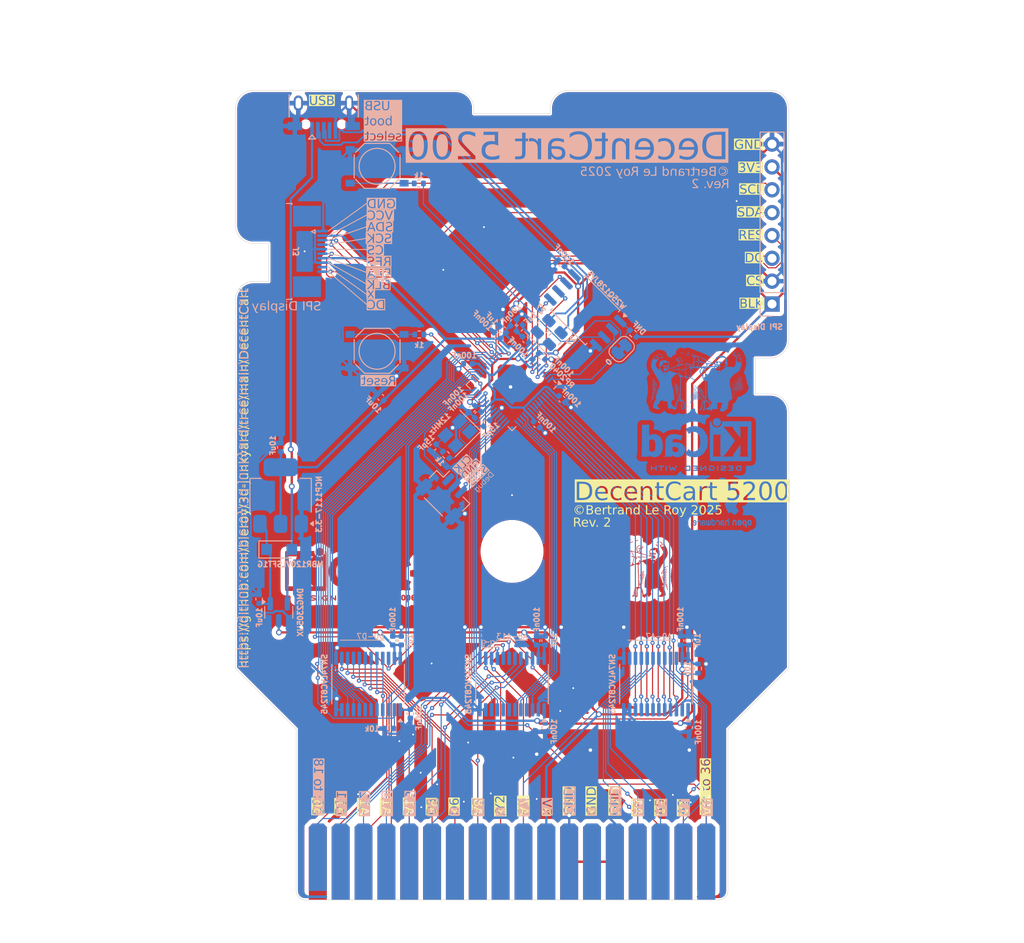
<source format=kicad_pcb>
(kicad_pcb (version 20240108) (generator "pcbnew") (generator_version "8.0")
  (title_block (title "DecentCart5200") (date "2025-01-23") (rev "2") (company "Decent Engineering"))
  (layers (0 "F.Cu" signal) (31 "B.Cu" signal) (34 "B.Paste" user) (35 "F.Paste" user) (36 "B.SilkS" user "B.Silkscreen") (37 "F.SilkS" user "F.Silkscreen") (38 "B.Mask" user) (39 "F.Mask" user) (44 "Edge.Cuts" user))
  (net 0 "")
  (net 1 "+3V3")
  (net 2 "GND")
  (net 3 "+5V HOST")
  (net 4 "+1V1")
  (net 5 "/XIN")
  (net 6 "Net-(C25-Pad2)")
  (net 7 "Net-(D3-K)")
  (net 8 "/VBUS")
  (net 9 "GPIO26")
  (net 10 "GPIO27")
  (net 11 "GPIO28")
  (net 12 "D6")
  (net 13 "A6")
  (net 14 "D5")
  (net 15 "D1")
  (net 16 "D3")
  (net 17 "D4")
  (net 18 "D2")
  (net 20 "D7")
  (net 21 "D0")
  (net 23 "/USB_D+")
  (net 24 "/USB_D-")
  (net 26 "/SWCLK")
  (net 27 "/SWD")
  (net 28 "GPIO23")
  (net 29 "/USB_DP")
  (net 30 "/USB_DN")
  (net 31 "/~{USB_BOOT}")
  (net 32 "/QSPI_SS")
  (net 33 "/XOUT")
  (net 34 "Net-(R32-Pad2)")
  (net 35 "Net-(U7-RUN)")
  (net 36 "/FLASH_SS")
  (net 37 "GPIO24")
  (net 38 "GPIO25")
  (net 39 "GPIO29")
  (net 40 "A5")
  (net 41 "A2")
  (net 42 "GPIO6")
  (net 43 "A1")
  (net 44 "A3")
  (net 45 "GPIO4")
  (net 46 "GPIO5")
  (net 47 "GPIO0")
  (net 48 "A4")
  (net 49 "GPIO7")
  (net 50 "GPIO3")
  (net 51 "A0")
  (net 52 "GPIO2")
  (net 53 "A7")
  (net 54 "GPIO1")
  (net 55 "GPIO13")
  (net 56 "GPIO14")
  (net 57 "GPIO12")
  (net 58 "A8")
  (net 59 "GPIO11")
  (net 60 "A11")
  (net 61 "A12")
  (net 62 "~{Y2}")
  (net 63 "GPIO8")
  (net 64 "GPIO10")
  (net 65 "GPIO9")
  (net 66 "A10")
  (net 67 "A9")
  (net 68 "~{Y1}")
  (net 69 "A13")
  (net 70 "GPIO15")
  (net 71 "GPIO22")
  (net 72 "GPIO20")
  (net 73 "GPIO19")
  (net 74 "GPIO18")
  (net 75 "GPIO16")
  (net 76 "GPIO21")
  (net 77 "GPIO17")
  (net 78 "/QSPI_SD1")
  (net 79 "/QSPI_SD2")
  (net 80 "/QSPI_SCLK")
  (net 81 "/QSPI_SD3")
  (net 82 "/QSPI_SD0")
  (net 83 "Net-(J2-Pin_18)")
  (footprint "DecenTKL:Atari 5200 Cartridge Edge Connector" (layer "F.Cu") (at 29.91 111.125)
    (property "Reference" "J2" (hide yes))
    (property "Value" "Conn_02x18")
  )
  (footprint "MountingHole:MountingHole_2.2mm_M2" (layer "F.Cu") (at 51.5 78.125)
    (property "Reference" "H1" (hide yes))
    (property "Value" "MountingHole" (hide yes))
  )
  (footprint "Library:ScreamingAtTheRadio" (layer "F.Cu") (at 63.774977 79.032801)
    (property "Reference" "G***" (hide yes))
    (property "Value" "LOGO" (hide yes))
  )
  (footprint "Symbol:OSHW-Logo2_7.3x6mm_Copper" (layer "F.Cu") (at 42.4576 81.0356)
    (property "Reference" "REF**" (hide yes))
    (property "Value" "OSHW-Logo2_7.3x6mm_Copper" (hide yes))
  )
  (footprint "Symbol:KiCad-Logo2_6mm_Copper" (layer "F.Cu") (at 32.3992 79.9688)
    (property "Reference" "REF**" (hide yes))
    (property "Value" "KiCad-Logo2_6mm_Copper" (hide yes))
  )
  (footprint "Capacitor_SMD:C_0402_1005Metric" (layer "B.Cu") (at 23.3822 83.4232 90)
    (property "Reference" "C26" (hide yes))
    (property "Value" "10uF")
  )
  (footprint "Connector_PinHeader_2.54mm:PinHeader_1x08_P2.54mm_Vertical" (layer "B.Cu") (at 80.4052 50.625)
    (property "Reference" "J1" (hide yes))
    (property "Value" "SPI Display")
  )
  (footprint "Library:ScreamingAtTheRadio" (layer "B.Cu") (at 71.991023 58.179401 180)
    (property "Reference" "G***" (hide yes))
    (property "Value" "LOGO" (hide yes))
  )
  (footprint "Capacitor_SMD:C_0402_1005Metric" (layer "B.Cu") (at 47.055 62.2904 -135)
    (property "Reference" "C6" (hide yes))
    (property "Value" "100nF")
  )
  (footprint "Capacitor_SMD:C_0402_1005Metric" (layer "B.Cu") (at 54.2432 64.0176 -45)
    (property "Reference" "C10" (hide yes))
    (property "Value" "100nF")
  )
  (footprint "Resistor_SMD:R_0402_1005Metric" (layer "B.Cu") (at 44.1594 67.3958 -45)
    (property "Reference" "R31" (hide yes))
    (property "Value" "1k")
  )
  (footprint "Resistor_SMD:R_0402_1005Metric" (layer "B.Cu") (at 41.1876 54.01 180)
    (property "Reference" "R32" (hide yes))
    (property "Value" "1k")
  )
  (footprint "Resistor_SMD:R_0402_1005Metric" (layer "B.Cu") (at 72.1756 91.1448 90)
    (property "Reference" "R11" (hide yes))
    (property "Value" "10k")
  )
  (footprint "Capacitor_SMD:C_0402_1005Metric" (layer "B.Cu") (at 71.185 88.046 -90)
    (property "Reference" "C19" (hide yes))
    (property "Value" "1uF")
  )
  (footprint "Resistor_SMD:R_0805_2012Metric" (layer "B.Cu") (at 56.3006 54.4672 -135)
    (property "Reference" "R26" (hide yes))
    (property "Value" "27")
  )
  (footprint "Resistor_SMD:R_0402_1005Metric" (layer "B.Cu") (at 41.1368 37.2206 180)
    (property "Reference" "R30" (hide yes))
    (property "Value" "1k")
  )
  (footprint "Resistor_SMD:R_0805_2012Metric" (layer "B.Cu") (at 54.9544 53.121 -135)
    (property "Reference" "R28" (hide yes))
    (property "Value" "27")
  )
  (footprint "DecenTKL:Tactile_Switch_Basic_XKB_TS-1187A" (layer "B.Cu") (at 36.5 55.875 180)
    (property "Reference" "SW3" (hide yes))
    (property "Value" "SW_TACTILE" (hide yes))
  )
  (footprint "Capacitor_SMD:C_0402_1005Metric" (layer "B.Cu") (at 54.8274 56.423 -45)
    (property "Reference" "C11" (hide yes))
    (property "Value" "100nF")
  )
  (footprint "Package_SO:TSSOP-24_4.4x7.8mm_P0.65mm" (layer "B.Cu") (at 35.5 92.875 90)
    (property "Reference" "U5" (hide yes))
    (property "Value" "SN74LVC8T245")
  )
  (footprint "Capacitor_SMD:C_0402_1005Metric" (layer "B.Cu") (at 49.8236 54.137 135)
    (property "Reference" "C8" (hide yes))
    (property "Value" "100nF")
  )
  (footprint "Package_TO_SOT_SMD:SOT-23" (layer "B.Cu") (at 25.5666 84.8964 -90)
    (property "Reference" "Q2" (hide yes))
    (property "Value" "DMG2305UX")
  )
  (footprint "Capacitor_SMD:C_0402_1005Metric" (layer "B.Cu") (at 47.7154 62.9508 -135)
    (property "Reference" "C7" (hide yes))
    (property "Value" "100nF")
  )
  (footprint "Capacitor_SMD:C_0402_1005Metric" (layer "B.Cu") (at 70.231 88.046 -90)
    (property "Reference" "C18" (hide yes))
    (property "Value" "100nF")
  )
  (footprint "Capacitor_SMD:C_0402_1005Metric" (layer "B.Cu") (at 40.197 96.174 90)
    (property "Reference" "C29" (hide yes))
    (property "Value" "100nF")
  )
  (footprint "DecenTKL:USB_Micro-B" (layer "B.Cu") (at 30.5658 30.642)
    (property "Reference" "J8" (hide yes))
    (property "Value" "USB_B_Micro")
  )
  (footprint "Capacitor_SMD:C_0402_1005Metric" (layer "B.Cu") (at 38.2412 88.046 -90)
    (property "Reference" "C30" (hide yes))
    (property "Value" "100nF")
  )
  (footprint "Capacitor_SMD:C_0402_1005Metric" (layer "B.Cu") (at 25.7952 66.5576 90)
    (property "Reference" "C27" (hide yes))
    (property "Value" "10uF")
  )
  (footprint "Capacitor_SMD:C_0402_1005Metric" (layer "B.Cu") (at 52.3382 53.2988 -135)
    (property "Reference" "C5" (hide yes))
    (property "Value" "1uF")
  )
  (footprint "Capacitor_SMD:C_0402_1005Metric" (layer "B.Cu") (at 39.181 88.046 -90)
    (property "Reference" "C31" (hide yes))
    (property "Value" "1uF")
  )
  (footprint "DecenTKL:Tactile_Switch_Basic_XKB_TS-1187A" (layer "B.Cu") (at 36.5 35.3156 180)
    (property "Reference" "SW2" (hide yes))
    (property "Value" "SW_TACTILE" (hide yes))
  )
  (footprint "Resistor_SMD:R_0402_1005Metric" (layer "B.Cu") (at 37.8348 97.825)
    (property "Reference" "R33" (hide yes))
    (property "Value" "10k")
  )
  (footprint "Capacitor_SMD:C_0402_1005Metric" (layer "B.Cu") (at 48.6552 63.8906 45)
    (property "Reference" "C24" (hide yes))
    (property "Value" "15pF")
  )
  (footprint "Crystal:Crystal_SMD_Abracon_ABM8AIG-4Pin_3.2x2.5mm" (layer "B.Cu") (at 45.4548 65.0082 -135)
    (property "Reference" "X1" (hide yes))
    (property "Value" "12MHz")
  )
  (footprint "Capacitor_SMD:C_0402_1005Metric" (layer "B.Cu") (at 71.185 97.698 90)
    (property "Reference" "C17" (hide yes))
    (property "Value" "100nF")
  )
  (footprint "Diode_SMD:Nexperia_CFP3_SOD-123W" (layer "B.Cu") (at 25.6174 77.9114)
    (property "Reference" "D3" (hide yes))
    (property "Value" "MBR120VLSFT1G")
  )
  (footprint "Capacitor_SMD:C_0402_1005Metric" (layer "B.Cu") (at 56.9864 46.0852 135)
    (property "Reference" "C42" (hide yes))
    (property "Value" "100nF")
  )
  (footprint "Package_TO_SOT_SMD:SOT-223-3_TabPin2" (layer "B.Cu") (at 25.7698 71.917 90)
    (property "Reference" "U4" (hide yes))
    (property "Value" "NCP1117-3.3")
  )
  (footprint "Capacitor_SMD:C_0402_1005Metric" (layer "B.Cu") (at 55.183 88.046 -90)
    (property "Reference" "C3" (hide yes))
    (property "Value" "1uF")
  )
  (footprint "Capacitor_SMD:C_0402_1005Metric" (layer "B.Cu") (at 42.7116 66.5576 45)
    (property "Reference" "C25" (hide yes))
    (property "Value" "15pF")
  )
  (footprint "Capacitor_SMD:C_0402_1005Metric" (layer "B.Cu") (at 54.229 88.046 -90)
    (property "Reference" "C2" (hide yes))
    (property "Value" "100nF")
  )
  (footprint "Package_SO:TSSOP-24_4.4x7.8mm_P0.65mm" (layer "B.Cu") (at 67.5 92.875 90)
    (property "Reference" "U1" (hide yes))
    (property "Value" "SN74LVC8T245")
  )
  (footprint "Capacitor_SMD:C_0402_1005Metric" (layer "B.Cu") (at 36.895 60.995 135)
    (property "Reference" "C28" (hide yes))
    (property "Value" "10uF")
  )
  (footprint "Package_DFN_QFN:QFN-56-1EP_7x7mm_P0.4mm_EP3.2x3.2mm" (layer "B.Cu") (at 51.5 59.598 135)
    (property "Reference" "U7" (hide yes))
    (property "Value" "RP2040")
  )
  (footprint "Capacitor_SMD:C_0402_1005Metric" (layer "B.Cu") (at 55.183 97.698 90)
    (property "Reference" "C1" (hide yes))
    (property "Value" "100nF")
  )
  (footprint "Capacitor_SMD:C_0402_1005Metric" (layer "B.Cu") (at 51.6524 52.6892 45)
    (property "Reference" "C13" (hide yes))
    (property "Value" "100nF")
  )
  (footprint "Resistor_SMD:R_0402_1005Metric" (layer "B.Cu") (at 64.962 53.9084 135)
    (property "Reference" "R36" (hide yes))
    (property "Value" "DNF")
  )
  (footprint "Capacitor_SMD:C_0402_1005Metric" (layer "B.Cu") (at 57.0372 61.1982 -45)
    (property "Reference" "C9" (hide yes))
    (property "Value" "100nF")
  )
  (footprint "Symbol:KiCad-Logo2_6mm_Copper" (layer "B.Cu") (at 71.984018 65.5416 180)
    (property "Reference" "REF**" (hide yes))
    (property "Value" "KiCad-Logo2_6mm_Copper" (hide yes))
  )
  (footprint "Jumper:SolderJumper-2_P1.3mm_Bridged_RoundedPad1.0x1.5mm" (layer "B.Cu") (at 63.692 55.6356 45)
    (property "Reference" "R37" (hide yes))
    (property "Value" "0")
  )
  (footprint "Connector_FFC-FPC:TE_1-1734839-0_1x10-1MP_P0.5mm_Horizontal" (layer "B.Cu") (at 29.057 44.775 90)
    (property "Reference" "J3" (hide yes))
    (property "Value" "FFC SPI display")
  )
  (footprint "Capacitor_SMD:C_0402_1005Metric" (layer "B.Cu") (at 53.024 54.5942 135)
    (property "Reference" "C4" (hide yes))
    (property "Value" "100nF")
  )
  (footprint "Package_SO:TSSOP-24_4.4x7.8mm_P0.65mm" (layer "B.Cu") (at 51.5 92.875 90)
    (property "Reference" "U2" (hide yes))
    (property "Value" "SN74LVC8T245")
  )
  (footprint "Capacitor_SMD:C_0402_1005Metric" (layer "B.Cu") (at 50.484 53.4766 135)
    (property "Reference" "C14" (hide yes))
    (property "Value" "1uF")
  )
  (footprint "Capacitor_SMD:C_0402_1005Metric" (layer "B.Cu") (at 46.5978 57.2612 180)
    (property "Reference" "C12" (hide yes))
    (property "Value" "100nF")
  )
  (footprint "Package_SO:SOIC-8_5.23x5.23mm_P1.27mm" (layer "B.Cu") (at 59.6534 51.3176 135)
    (property "Reference" "U9" (hide yes))
    (property "Value" "W25Q128JVS")
  )
  (footprint "Connector_JST:JST_SH_BM03B-SRSS-TB_1x03-1MP_P1.00mm_Vertical" (layer "B.Cu") (at 44.1848 71.7646 -45)
    (property "Reference" "J9" (hide yes))
    (property "Value" "SM03B-SRSS-TB" (hide yes))
  )
  (footprint "Symbol:OSHW-Logo2_7.3x6mm_Copper" (layer "B.Cu") (at 74.868 72.7044 180)
    (property "Reference" "REF**" (hide yes))
    (property "Value" "OSHW-Logo2_7.3x6mm_Copper" (hide yes))
  )
  (gr_line (start 35.3456 49.565) (end 31.0784 46.517) (stroke (width 0.1)) (layer "B.SilkS"))
  (gr_line (start 56.0974 56.8802) (end 52.897 53.7052) (stroke (width 0.1)) (layer "B.SilkS"))
  (gr_line (start 35.3456 47.1266) (end 31.0784 45.5264) (stroke (width 0.1)) (layer "B.SilkS"))
  (gr_line (start 35.3456 50.6826) (end 31.0784 47.025) (stroke (width 0.1)) (layer "B.SilkS"))
  (gr_line (start 35.3456 48.422) (end 31.0784 46.009) (stroke (width 0.1)) (layer "B.SilkS"))
  (gr_line (start 53.2272 87.9952) (end 49.7474 87.9952) (stroke (width 0.1)) (layer "B.SilkS"))
  (gr_line (start 35.3456 42.0212) (end 31.053 43.5198) (stroke (width 0.1)) (layer "B.SilkS"))
  (gr_line (start 37.3014 87.9952) (end 32.4246 87.9952) (stroke (width 0.1)) (layer "B.SilkS"))
  (gr_line (start 35.3456 43.3166) (end 31.053 44.0278) (stroke (width 0.1)) (layer "B.SilkS"))
  (gr_line (start 35.3456 44.5612) (end 31.0784 44.5358) (stroke (width 0.1)) (layer "B.SilkS"))
  (gr_line (start 35.3456 45.8566) (end 31.0784 45.0184) (stroke (width 0.1)) (layer "B.SilkS"))
  (gr_line (start 35.3456 39.4304) (end 31.053 42.5292) (stroke (width 0.1)) (layer "B.SilkS"))
  (gr_line (start 69.2546 87.9952) (end 64.3778 87.9952) (stroke (width 0.1)) (layer "B.SilkS"))
  (gr_line (start 35.3456 40.7258) (end 31.053 43.0372) (stroke (width 0.1)) (layer "B.SilkS"))
  (gr_line (start 22.75 48.125) (end 24.45 48.125) (stroke (width 0.05)) (layer "Edge.Cuts"))
  (gr_arc (start 75.5 115.875) (mid 75.207107 116.582107) (end 74.5 116.875) (stroke (width 0.05)) (layer "Edge.Cuts"))
  (gr_arc (start 22.75 43.875) (mid 21.335786 43.289214) (end 20.75 41.875) (stroke (width 0.05)) (layer "Edge.Cuts"))
  (gr_line (start 20.75 91.125) (end 20.75 50.125) (stroke (width 0.05)) (layer "Edge.Cuts"))
  (gr_arc (start 55.75 28.875) (mid 56.335786 27.460786) (end 57.75 26.875) (stroke (width 0.05)) (layer "Edge.Cuts"))
  (gr_arc (start 82.25 54.625) (mid 81.664214 56.039214) (end 80.25 56.625) (stroke (width 0.05)) (layer "Edge.Cuts"))
  (gr_line (start 82.25 91.125) (end 75.5 97.875) (stroke (width 0.05)) (layer "Edge.Cuts"))
  (gr_arc (start 28.5 116.875) (mid 27.792893 116.582107) (end 27.5 115.875) (stroke (width 0.05)) (layer "Edge.Cuts"))
  (gr_line (start 80.25 56.625) (end 78.55 56.625) (stroke (width 0.05)) (layer "Edge.Cuts"))
  (gr_line (start 57.75 26.875) (end 80.25 26.875) (stroke (width 0.05)) (layer "Edge.Cuts"))
  (gr_line (start 75.5 97.875) (end 75.5 115.875) (stroke (width 0.05)) (layer "Edge.Cuts"))
  (gr_arc (start 20.75 50.125) (mid 21.335786 48.710786) (end 22.75 48.125) (stroke (width 0.05)) (layer "Edge.Cuts"))
  (gr_arc (start 80.25 60.625) (mid 81.664214 61.210786) (end 82.25 62.625) (stroke (width 0.05)) (layer "Edge.Cuts"))
  (gr_line (start 78.55 56.625) (end 78.55 60.625) (stroke (width 0.05)) (layer "Edge.Cuts"))
  (gr_line (start 28.5 116.875) (end 74.5 116.875) (stroke (width 0.05)) (layer "Edge.Cuts"))
  (gr_line (start 78.55 60.625) (end 80.25 60.625) (stroke (width 0.05)) (layer "Edge.Cuts"))
  (gr_line (start 20.75 41.875) (end 20.75 28.875) (stroke (width 0.05)) (layer "Edge.Cuts"))
  (gr_line (start 22.75 26.875) (end 45.25 26.875) (stroke (width 0.05)) (layer "Edge.Cuts"))
  (gr_line (start 24.45 43.875) (end 22.75 43.875) (stroke (width 0.05)) (layer "Edge.Cuts"))
  (gr_line (start 47.25 29.475) (end 55.75 29.475) (stroke (width 0.05)) (layer "Edge.Cuts"))
  (gr_line (start 82.25 62.625) (end 82.25 91.125) (stroke (width 0.05)) (layer "Edge.Cuts"))
  (gr_line (start 82.25 28.875) (end 82.25 54.625) (stroke (width 0.05)) (layer "Edge.Cuts"))
  (gr_line (start 24.45 48.125) (end 24.45 43.875) (stroke (width 0.05)) (layer "Edge.Cuts"))
  (gr_line (start 27.5 115.875) (end 27.5 97.875) (stroke (width 0.05)) (layer "Edge.Cuts"))
  (gr_arc (start 45.25 26.875) (mid 46.664214 27.460786) (end 47.25 28.875) (stroke (width 0.05)) (layer "Edge.Cuts"))
  (gr_line (start 47.25 29.475) (end 47.25 28.875) (stroke (width 0.05)) (layer "Edge.Cuts"))
  (gr_arc (start 80.25 26.875) (mid 81.664214 27.460786) (end 82.25 28.875) (stroke (width 0.05)) (layer "Edge.Cuts"))
  (gr_line (start 55.75 29.475) (end 55.75 28.875) (stroke (width 0.05)) (layer "Edge.Cuts"))
  (gr_arc (start 20.75 28.875) (mid 21.335786 27.460786) (end 22.75 26.875) (stroke (width 0.05)) (layer "Edge.Cuts"))
  (gr_line (start 27.5 97.875) (end 20.75 91.125) (stroke (width 0.05)) (layer "Edge.Cuts"))
  (gr_text "SPI Display" (at 30.291 50.327 0) (layer "B.SilkS") (effects (font (size 1 1) (thickness 0.1875)) (justify left top mirror)))
  (gr_text "x" (at 35.371 49.4888 0) (layer "B.SilkS" knockout) (effects (font (size 1 1) (thickness 0.125)) (justify right mirror)))
  (gr_text "A3" (at 68.01 107.477 -90) (layer "B.SilkS" knockout) (effects (font (size 1 1) (thickness 0.125)) (justify left mirror)))
  (gr_text "GND" (at 35.371 39.548933 0) (layer "B.SilkS" knockout) (effects (font (size 1 1) (thickness 0.125)) (justify right mirror)))
  (gr_text "DecentCart 5200" (at 75.63 31.531 0) (layer "B.SilkS" knockout) (effects (font (size 3 3) (thickness 0.1875)) (justify left top mirror)))
  (gr_text "Debug" (at 47.436 71.3836 45) (layer "B.SilkS") (effects (font (size 0.6 0.6) (thickness 0.1)) (justify right mirror)))
  (gr_text "Reset" (at 34.736 59.217 -0) (layer "B.SilkS" knockout) (effects (font (size 1 1) (thickness 0.125)) (justify right mirror)))
  (gr_text "Rev. 2" (at 75.6808 36.738 0) (layer "B.SilkS") (effects (font (size 1 1) (thickness 0.1875)) (justify left top mirror)))
  (gr_text "VCC" (at 35.371 40.835866 0) (layer "B.SilkS" knockout) (effects (font (size 1 1) (thickness 0.125)) (justify right mirror)))
  (gr_text "A0" (at 73.09 107.477 -90) (layer "B.SilkS" knockout) (effects (font (size 1 1) (thickness 0.125)) (justify left mirror)))
  (gr_text "GND" (at 57.85 107.477 -90) (layer "B.SilkS" knockout) (effects (font (size 1 1) (thickness 0.125)) (justify left mirror)))
  (gr_text "A11" (at 32.45 107.477 -90) (layer "B.SilkS" knockout) (effects (font (size 1 1) (thickness 0.125)) (justify left mirror)))
  (gr_text "~{Y1}" (at 50.0014 89.1128 90) (layer "B.SilkS") (effects (font (size 0.6 0.6) (thickness 0.1)) (justify right bottom mirror)))
  (gr_text "USB\nboot\nselect" (at 35.0916 30.3372 0) (layer "B.SilkS" knockout) (effects (font (size 1 1) (thickness 0.125)) (justify right mirror)))
  (gr_text "A13" (at 40.07 107.477 -90) (layer "B.SilkS" knockout) (effects (font (size 1 1) (thickness 0.125)) (justify left mirror)))
  (gr_text "CLK" (at 45.3278 69.1992 45) (layer "B.SilkS" knockout) (effects (font (size 0.8 0.8) (thickness 0.1)) (justify right mirror)))
  (gr_text "A0-A7" (at 69.3308 87.919 0) (layer "B.SilkS") (effects (font (size 0.6 0.6) (thickness 0.1)) (justify left bottom mirror)))
  (gr_text "A8-A13" (at 53.3034 87.919 0) (layer "B.SilkS") (effects (font (size 0.6 0.6) (thickness 0.1)) (justify left bottom mirror)))
  (gr_text "SWD" (at 46.801 70.6978 45) (layer "B.SilkS" knockout) (effects (font (size 0.8 0.8) (thickness 0.1)) (justify right mirror)))
  (gr_text "DC" (at 35.371 50.775733 0) (layer "B.SilkS" knockout) (effects (font (size 1 1) (thickness 0.125)) (justify right mirror)))
  (gr_text "A12" (at 34.99 107.477 -90) (layer "B.SilkS" knockout) (effects (font (size 1 1) (thickness 0.125)) (justify left mirror)))
  (gr_text "SDA" (at 35.371 42.122799 0) (layer "B.SilkS" knockout) (effects (font (size 1 1) (thickness 0.125)) (justify right mirror)))
  (gr_text "©Bertrand Le Roy 2025" (at 75.6808 35.3664 0) (layer "B.SilkS") (effects (font (size 1 1) (thickness 0.1875)) (justify left top mirror)))
  (gr_text "SCK" (at 35.371 43.409732 0) (layer "B.SilkS" knockout) (effects (font (size 1 1) (thickness 0.125)) (justify right mirror)))
  (gr_text "x" (at 45.15 107.477 -90) (layer "B.SilkS" knockout) (effects (font (size 1 1) (thickness 0.125)) (justify left mirror)))
  (gr_text "RES" (at 35.371 45.983598 0) (layer "B.SilkS" knockout) (effects (font (size 1 1) (thickness 0.125)) (justify right mirror)))
  (gr_text "5V" (at 55.31 107.477 -90) (layer "B.SilkS" knockout) (effects (font (size 1 1) (thickness 0.125)) (justify left mirror)))
  (gr_text "https://github.com/bleroy/3d-junkyard/tree/main/DecentCart" (at 22.1884 91.1194 -90) (layer "B.SilkS") (effects (font (size 1 1) (thickness 0.1875)) (justify left top mirror)))
  (gr_text "x" (at 50.23 107.477 -90) (layer "B.SilkS" knockout) (effects (font (size 1 1) (thickness 0.125)) (justify left mirror)))
  (gr_text "GND" (at 62.93 107.477 -90) (layer "B.SilkS" knockout) (effects (font (size 1 1) (thickness 0.125)) (justify left mirror)))
  (gr_text "A8" (at 47.69 107.477 -90) (layer "B.SilkS" knockout) (effects (font (size 1 1) (thickness 0.125)) (justify left mirror)))
  (gr_text "BLA" (at 35.371 47.270531 0) (layer "B.SilkS" knockout) (effects (font (size 1 1) (thickness 0.125)) (justify right mirror)))
  (gr_text "GND" (at 46.0644 69.9612 45) (layer "B.SilkS" knockout) (effects (font (size 0.8 0.8) (thickness 0.1)) (justify right mirror)))
  (gr_text "x" (at 60.39 107.477 -90) (layer "B.SilkS" knockout) (effects (font (size 1 1) (thickness 0.125)) (justify left mirror)))
  (gr_text "A4" (at 65.47 107.477 -90) (layer "B.SilkS" knockout) (effects (font (size 1 1) (thickness 0.125)) (justify left mirror)))
  (gr_text "36: to 18" (at 29.91 107.477 -90) (layer "B.SilkS" knockout) (effects (font (size 1 1) (thickness 0.125)) (justify left mirror)))
  (gr_text "CS" (at 35.371 44.696665 0) (layer "B.SilkS" knockout) (effects (font (size 1 1) (thickness 0.125)) (justify right mirror)))
  (gr_text "A1" (at 70.55 107.477 -90) (layer "B.SilkS" knockout) (effects (font (size 1 1) (thickness 0.125)) (justify left mirror)))
  (gr_text "A7" (at 52.77 107.477 -90) (layer "B.SilkS" knockout) (effects (font (size 1 1) (thickness 0.125)) (justify left mirror)))
  (gr_text "D0-D7" (at 37.3776 87.919 0) (layer "B.SilkS") (effects (font (size 0.6 0.6) (thickness 0.1)) (justify left bottom mirror)))
  (gr_text "A10" (at 37.53 107.477 -90) (layer "B.SilkS" knockout) (effects (font (size 1 1) (thickness 0.125)) (justify left mirror)))
  (gr_text "~{Y2}" (at 49.0362 89.0874 90) (layer "B.SilkS") (effects (font (size 0.6 0.6) (thickness 0.1)) (justify right bottom mirror)))
  (gr_text "BLK" (at 35.371 48.557464 0) (layer "B.SilkS" knockout) (effects (font (size 1 1) (thickness 0.125)) (justify right mirror)))
  (gr_text "A9" (at 42.61 107.477 -90) (layer "B.SilkS" knockout) (effects (font (size 1 1) (thickness 0.125)) (justify left mirror)))
  (gr_text "Rev. 2" (at 58.2564 74.3808 -0) (layer "F.SilkS") (effects (font (size 1 1) (thickness 0.1875)) (justify left top)))
  (gr_text "GND" (at 60.39 107.477 90) (layer "F.SilkS" knockout) (effects (font (size 1 1) (thickness 0.125)) (justify left)))
  (gr_text "CS" (at 79.4146 48.0918 0) (layer "F.SilkS" knockout) (effects (font (size 1 1) (thickness 0.125)) (justify right)))
  (gr_text "GND" (at 62.93 107.477 90) (layer "F.SilkS" knockout) (effects (font (size 1 1) (thickness 0.125)) (justify left)))
  (gr_text "GND" (at 79.4146 32.9534 0) (layer "F.SilkS" knockout) (effects (font (size 1 1) (thickness 0.125)) (justify right)))
  (gr_text "SDA" (at 79.4146 40.4718 0) (layer "F.SilkS" knockout) (effects (font (size 1 1) (thickness 0.125)) (justify right)))
  (gr_text "©Bertrand Le Roy 2025" (at 58.2564 73.0092 -0) (layer "F.SilkS") (effects (font (size 1 1) (thickness 0.1875)) (justify left top)))
  (gr_text "x" (at 55.31 107.477 90) (layer "F.SilkS" knockout) (effects (font (size 1 1) (thickness 0.125)) (justify left)))
  (gr_text "A5" (at 68.01 107.477 90) (layer "F.SilkS" knockout) (effects (font (size 1 1) (thickness 0.125)) (justify left)))
  (gr_text "DC" (at 79.4146 45.5518 0) (layer "F.SilkS" knockout) (effects (font (size 1 1) (thickness 0.125)) (justify right)))
  (gr_text "D0" (at 29.91 107.477 90) (layer "F.SilkS" knockout) (effects (font (size 1 1) (thickness 0.125)) (justify left)))
  (gr_text "D1" (at 32.45 107.477 90) (layer "F.SilkS" knockout) (effects (font (size 1 1) (thickness 0.125)) (justify left)))
  (gr_text "D7" (at 47.69 107.477 90) (layer "F.SilkS" knockout) (effects (font (size 1 1) (thickness 0.125)) (justify left)))
  (gr_text "GND" (at 57.85 107.477 90) (layer "F.SilkS" knockout) (effects (font (size 1 1) (thickness 0.125)) (justify left)))
  (gr_text "BLK" (at 79.4146 50.6318 0) (layer "F.SilkS" knockout) (effects (font (size 1 1) (thickness 0.125)) (justify right)))
  (gr_text "/Y1" (at 52.77 107.477 90) (layer "F.SilkS" knockout) (effects (font (size 1 1) (thickness 0.125)) (justify left)))
  (gr_text "A6" (at 65.47 107.477 90) (layer "F.SilkS" knockout) (effects (font (size 1 1) (thickness 0.125)) (justify left)))
  (gr_text "3V3" (at 79.3892 35.5188 0) (layer "F.SilkS" knockout) (effects (font (size 1 1) (thickness 0.125)) (justify right)))
  (gr_text "/Y2" (at 50.23 107.477 90) (layer "F.SilkS" knockout) (effects (font (size 1 1) (thickness 0.125)) (justify left)))
  (gr_text "A2" (at 70.55 107.477 90) (layer "F.SilkS" knockout) (effects (font (size 1 1) (thickness 0.125)) (justify left)))
  (gr_text "18: to 36" (at 73.09 107.477 90) (layer "F.SilkS" knockout) (effects (font (size 1 1) (thickness 0.125)) (justify left)))
  (gr_text "SCL" (at 79.4146 37.9318 0) (layer "F.SilkS" knockout) (effects (font (size 1 1) (thickness 0.125)) (justify right)))
  (gr_text "DecentCart 5200" (at 58.423067 70.4184 -0) (layer "F.SilkS" knockout) (effects (font (size 2 2) (thickness 0.1875)) (justify left top)))
  (gr_text "USB" (at 31.7896 28.0766 0) (layer "F.SilkS" knockout) (effects (font (size 1 1) (thickness 0.125)) (justify right)))
  (gr_text "D4" (at 40.07 107.477 90) (layer "F.SilkS" knockout) (effects (font (size 1 1) (thickness 0.125)) (justify left)))
  (gr_text "D2" (at 34.99 107.477 90) (layer "F.SilkS" knockout) (effects (font (size 1 1) (thickness 0.125)) (justify left)))
  (gr_text "D3" (at 37.53 107.477 90) (layer "F.SilkS" knockout) (effects (font (size 1 1) (thickness 0.125)) (justify left)))
  (gr_text "D5" (at 42.61 107.477 90) (layer "F.SilkS" knockout) (effects (font (size 1 1) (thickness 0.125)) (justify left)))
  (gr_text "https://github.com/bleroy/3d-junkyard/tree/main/DecentCart" (at 21.1724 91.1194 90) (layer "F.SilkS") (effects (font (size 1 1) (thickness 0.1875)) (justify left top)))
  (gr_text "D6" (at 45.15 107.477 90) (layer "F.SilkS" knockout) (effects (font (size 1 1) (thickness 0.125)) (justify left)))
  (gr_text "RES" (at 79.4146 43.0118 0) (layer "F.SilkS" knockout) (effects (font (size 1 1) (thickness 0.125)) (justify right)))
  (segment (start 51.968576 50.569624) (end 55.418 47.1202) (width 0.254) (layer "F.Cu") (net 1))
  (segment (start 58.847278 53.551394) (end 58.847278 48.6506) (width 0.254) (layer "F.Cu") (net 1))
  (segment (start 81.8149 36.7947) (end 81.8149 49.2153) (width 0.254) (layer "F.Cu") (net 1))
  (segment (start 58.847278 48.6506) (end 61.013378 46.4845) (width 0.254) (layer "F.Cu") (net 1))
  (segment (start 80.4052 35.385) (end 81.8149 36.7947) (width 0.254) (layer "F.Cu") (net 1))
  (segment (start 70.2198 97.218) (end 71.5216 95.9162) (width 0.254) (layer "F.Cu") (net 1))
  (segment (start 71.5216 95.9162) (end 71.5216 59.5086) (width 0.254) (layer "F.Cu") (net 1))
  (segment (start 76.2647 46.4845) (end 80.4052 50.625) (width 0.254) (layer "F.Cu") (net 1))
  (segment (start 61.013378 46.4845) (end 76.2647 46.4845) (width 0.254) (layer "F.Cu") (net 1))
  (segment (start 56.366736 56.031936) (end 58.847278 53.551394) (width 0.254) (layer "F.Cu") (net 1))
  (segment (start 70.165816 97.271984) (end 54.610984 97.271984) (width 0.254) (layer "F.Cu") (net 1))
  (segment (start 57.316878 47.1202) (end 58.847278 48.6506) (width 0.254) (layer "F.Cu") (net 1))
  (segment (start 70.2198 97.218) (end 70.165816 97.271984) (width 0.254) (layer "F.Cu") (net 1))
  (segment (start 55.418 47.1202) (end 57.316878 47.1202) (width 0.254) (layer "F.Cu") (net 1))
  (segment (start 54.610984 97.271984) (end 54.294 96.955) (width 0.254) (layer "F.Cu") (net 1))
  (segment (start 71.5216 59.5086) (end 80.4052 50.625) (width 0.254) (layer "F.Cu") (net 1))
  (segment (start 81.8149 49.2153) (end 80.4052 50.625) (width 0.254) (layer "F.Cu") (net 1))
  (via (at 54.294 96.955) (size 0.6524) (drill 0.39) (layers "F.Cu" "B.Cu") (net 1))
  (via (at 58.847278 48.6506) (size 0.6524) (drill 0.39) (layers "F.Cu" "B.Cu") (net 1))
  (via (at 51.968576 50.569624) (size 0.6524) (drill 0.39) (layers "F.Cu" "B.Cu") (net 1))
  (via (at 56.366736 56.031936) (size 0.6524) (drill 0.39) (layers "F.Cu" "B.Cu") (net 1))
  (via (at 70.2198 97.218) (size 0.6524) (drill 0.39) (layers "F.Cu" "B.Cu") (net 1))
  (segment (start 55.769157 60.190202) (end 55.437661 59.858706) (width 0.254) (layer "B.Cu") (net 1))
  (segment (start 53.223573 62.735786) (end 53.903789 63.416002) (width 0.254) (layer "B.Cu") (net 1))
  (segment (start 29.801822 68.767) (end 25.7698 68.767) (width 0.254) (layer "B.Cu") (net 1))
  (segment (start 52.092202 55.328843) (end 50.907798 55.328843) (width 0.254) (layer "B.Cu") (net 1))
  (segment (start 53.789258 57.025899) (end 53.789258 56.78232) (width 0.254) (layer "B.Cu") (net 1))
  (segment (start 48.983258 59.70321) (end 48.983258 58.495471) (width 0.254) (layer "B.Cu") (net 1))
  (segment (start 50.823411 54.060052) (end 52.092202 55.328843) (width 0.254) (layer "B.Cu") (net 1))
  (segment (start 44.0768 94.415) (end 46.6168 96.955) (width 0.254) (layer "B.Cu") (net 1))
  (segment (start 53.903789 63.416002) (end 53.903789 63.678189) (width 0.254) (layer "B.Cu") (net 1))
  (segment (start 76.761176 54.269024) (end 80.4052 50.625) (width 0.254) (layer "B.Cu") (net 1))
  (segment (start 50.823411 53.518189) (end 51.312989 53.028611) (width 0.254) (layer "B.Cu") (net 1))
  (segment (start 54.294 96.955) (end 54.92 96.955) (width 0.254) (layer "B.Cu") (net 1))
  (segment (start 53.506415 56.743056) (end 53.789258 57.025899) (width 0.254) (layer "B.Cu") (net 1))
  (segment (start 50.823411 53.816011) (end 50.823411 53.518189) (width 0.254) (layer "B.Cu") (net 1))
  (segment (start 52.375045 55.611686) (end 52.092202 55.328843) (width 0.254) (layer "B.Cu") (net 1))
  (segment (start 49.5696 60.289552) (end 48.983258 59.70321) (width 0.254) (layer "B.Cu") (net 1))
  (segment (start 49.5696 61.245557) (end 49.5696 60.289552) (width 0.254) (layer "B.Cu") (net 1))
  (segment (start 35.147978 45.525) (end 44.099389 54.476411) (width 0.254) (layer "B.Cu") (net 1))
  (segment (start 51.415277 62.135229) (end 52.8462 62.135229) (width 0.254) (layer "B.Cu") (net 1))
  (segment (start 55.769157 60.190202) (end 56.437744 60.858789) (width 0.254) (layer "B.Cu") (net 1))
  (segment (start 49.49126 58.495471) (end 48.983258 58.495471) (width 0.254) (layer "B.Cu") (net 1))
  (segment (start 70.2198 97.218) (end 71.185 97.218) (width 0.254) (layer "B.Cu") (net 1))
  (segment (start 44.092411 54.476411) (end 37.234411 61.334411) (width 0.254) (layer "B.Cu") (net 1))
  (segment (start 54.529546 56.125146) (end 56.273526 56.125146) (width 0.254) (layer "B.Cu") (net 1))
  (segment (start 58.326177 47.424977) (end 57.325811 46.424611) (width 0.254) (layer "B.Cu") (net 1))
  (segment (start 50.525605 61.245557) (end 51.415277 62.135229) (width 0.254) (layer "B.Cu") (net 1))
  (segment (start 56.273526 56.125146) (end 56.366736 56.031936) (width 0.254) (layer "B.Cu") (net 1))
  (segment (start 55.122723 59.858706) (end 52.8462 62.135229) (width 0.254) (layer "B.Cu") (net 1))
  (segment (start 25.7952 67.0376) (end 25.7952 68.7416) (width 0.254) (layer "B.Cu") (net 1))
  (segment (start 58.847278 48.6506) (end 58.847278 47.817401) (width 0.254) (layer "B.Cu") (net 1))
  (segment (start 48.362214 57.874427) (end 47.748987 57.2612) (width 0.254) (layer "B.Cu") (net 1))
  (segment (start 32.647978 43.025) (end 35.147978 45.525) (width 0.254) (layer "B.Cu") (net 1))
  (segment (start 52.8462 62.358413) (end 53.223573 62.735786) (width 0.254) (layer "B.Cu") (net 1))
  (segment (start 44.099389 54.476411) (end 44.092411 54.476411) (width 0.254) (layer "B.Cu") (net 1))
  (segment (start 47.748987 57.2612) (end 47.0778 57.2612) (width 0.254) (layer "B.Cu") (net 1))
  (segment (start 65.322624 54.269024) (end 76.761176 54.269024) (width 0.254) (layer "B.Cu") (net 1))
  (segment (start 53.789258 56.78232) (end 54.487989 56.083589) (width 0.254) (layer "B.Cu") (net 1))
  (segment (start 25.7698 75.067) (end 25.7698 68.767) (width 0.254) (layer "B.Cu") (net 1))
  (segment (start 48.927899 61.887258) (end 48.203768 62.611389) (width 0.254) (layer "B.Cu") (net 1))
  (segment (start 30.407 43.025) (end 32.647978 43.025) (width 0.254) (layer "B.Cu") (net 1))
  (segment (start 48.927899 61.887258) (end 49.5696 61.245557) (width 0.254) (layer "B.Cu") (net 1))
  (segment (start 56.437744 60.858789) (end 56.697789 60.858789) (width 0.254) (layer "B.Cu") (net 1))
  (segment (start 71.075 95.7375) (end 71.075 97.108) (width 0.254) (layer "B.Cu") (net 1))
  (segment (start 52.375045 55.611686) (end 49.49126 58.495471) (width 0.254) (layer "B.Cu") (net 1))
  (segment (start 50.907798 55.328843) (end 50.163011 54.584056) (width 0.254) (layer "B.Cu") (net 1))
  (segment (start 37.234411 61.334411) (end 29.801822 68.767) (width 0.254) (layer "B.Cu") (net 1))
  (segment (start 49.5696 61.245557) (end 50.525605 61.245557) (width 0.254) (layer "B.Cu") (net 1))
  (segment (start 39.075 95.7375) (end 40.1535 95.7375) (width 0.254) (layer "B.Cu") (net 1))
  (segment (start 48.983258 58.495471) (end 48.362214 57.874427) (width 0.254) (layer "B.Cu") (net 1))
  (segment (start 52.8462 62.135229) (end 52.8462 62.358413) (width 0.254) (layer "B.Cu") (net 1))
  (segment (start 54.92 96.955) (end 55.183 97.218) (width 0.254) (layer "B.Cu") (net 1))
  (segment (start 44.099389 54.476411) (end 50.163011 54.476411) (width 0.254) (layer "B.Cu") (net 1))
  (segment (start 50.823411 53.816011) (end 50.163011 54.476411) (width 0.254) (layer "B.Cu") (net 1))
  (segment (start 41.476 94.415) (end 44.0768 94.415) (width 0.254) (layer "B.Cu") (net 1))
  (segment (start 51.312989 51.225211) (end 51.968576 50.569624) (width 0.254) (layer "B.Cu") (net 1))
  (segment (start 51.312989 53.028611) (end 51.312989 51.225211) (width 0.254) (layer "B.Cu") (net 1))
  (segment (start 40.197 95.694) (end 41.476 94.415) (width 0.254) (layer "B.Cu") (net 1))
  (segment (start 50.823411 53.816011) (end 50.823411 54.060052) (width 0.254) (layer "B.Cu") (net 1))
  (segment (start 46.6168 96.955) (end 54.294 96.955) (width 0.254) (layer "B.Cu") (net 1))
  (segment (start 30.407 45.525) (end 35.147978 45.525) (width 0.254) (layer "B.Cu") (net 1))
  (segment (start 55.075 95.7375) (end 55.075 97.11) (width 0.254) (layer "B.Cu") (net 1))
  (segment (start 55.437661 59.858706) (end 55.122723 59.858706) (width 0.254) (layer "B.Cu") (net 1))
  (segment (start 50.493763 51.22391) (end 55.327673 46.39) (width 0.254) (layer "F.Cu") (net 2))
  (segment (start 55.183 64.9574) (end 58.0278 62.1126) (width 0.254) (layer "F.Cu") (net 2))
  (segment (start 62.93 112.625) (end 60.39 112.625) (width 0.254) (layer "F.Cu") (net 2))
  (segment (start 78.4237 46.1035) (end 80.4052 48.085) (width 0.254) (layer "F.Cu") (net 2))
  (segment (start 39.181 86.5514) (end 55.1668 86.5514) (width 0.254) (layer "F.Cu") (net 2))
  (segment (start 38.7938 33.695) (end 33.3908 28.292) (width 0.254) (layer "F.Cu") (net 2))
  (segment (start 55.327673 46.39) (end 56.0212 46.39) (width 0.254) (layer "F.Cu") (net 2))
  (segment (start 32.0512 94.4646) (end 32.0182 94.4976) (width 0.254) (layer "F.Cu") (net 2))
  (segment (start 46.2558 73.9236) (end 46.2558 86.5514) (width 0.254) (layer "F.Cu") (net 2))
  (segment (start 80.4052 32.845) (end 79.5552 33.695) (width 0.254) (layer "F.Cu") (net 2))
  (segment (start 51.0174 51.7494) (end 50.493763 51.225763) (width 0.254) (layer "F.Cu") (net 2))
  (segment (start 39.435 57.8454) (end 38.6476 58.6328) (width 0.254) (layer "F.Cu") (net 2))
  (segment (start 57.85 104.2766) (end 57.85 107.477) (width 0.254) (layer "F.Cu") (net 2))
  (segment (start 52.5922 51.7494) (end 51.0174 51.7494) (width 0.254) (layer "F.Cu") (net 2))
  (segment (start 54.2432 100.6698) (end 57.85 104.2766) (width 0.254) (layer "F.Cu") (net 2))
  (segment (start 56.0212 46.39) (end 56.3077 46.1035) (width 0.254) (layer "F.Cu") (net 2))
  (segment (start 46.2558 73.8846) (end 46.2558 73.9236) (width 0.254) (layer "F.Cu") (net 2))
  (segment (start 70.9374 86.5514) (end 70.9414 86.5474) (width 0.254) (layer "F.Cu") (net 2))
  (segment (start 27.7408 28.292) (end 33.3908 28.292) (width 0.254) (layer "F.Cu") (net 2))
  (segment (start 56.3077 46.1035) (end 78.4237 46.1035) (width 0.254) (layer "F.Cu") (net 2))
  (segment (start 57.85 112.625) (end 57.85 107.477) (width 0.254) (layer "F.Cu") (net 2))
  (segment (start 50.357 62.1634) (end 51.337399 61.183001) (width 0.254) (layer "F.Cu") (net 2))
  (segment (start 39.181 86.5514) (end 28.0698 86.5514) (width 0.254) (layer "F.Cu") (net 2))
  (segment (start 44.895522 72.563322) (end 46.2558 73.9236) (width 0.254) (layer "F.Cu") (net 2))
  (segment (start 53.151 64.9574) (end 55.183 64.9574) (width 0.254) (layer "F.Cu") (net 2))
  (segment (start 57.85 112.625) (end 62.93 112.625) (width 0.254) (layer "F.Cu") (net 2))
  (segment (start 45.542442 57.8454) (end 39.435 57.8454) (width 0.254) (layer "F.Cu") (net 2))
  (segment (start 50.493763 51.225763) (end 50.493763 51.22391) (width 0.254) (layer "F.Cu") (net 2))
  (segment (start 57.85 112.625) (end 60.39 112.625) (width 0.254) (layer "F.Cu") (net 2))
  (segment (start 44.895522 64.373684) (end 44.895522 72.563322) (width 0.254) (layer "F.Cu") (net 2))
  (segment (start 71.2104 100.2126) (end 73.0646 98.3584) (width 0.254) (layer "F.Cu") (net 2))
  (segment (start 44.895522 58.49232) (end 44.895522 64.373684) (width 0.254) (layer "F.Cu") (net 2))
  (segment (start 55.1668 86.5514) (end 63.9206 86.5514) (width 0.254) (layer "F.Cu") (net 2))
  (segment (start 55.183 64.9574) (end 46.2558 73.8846) (width 0.254) (layer "F.Cu") (net 2))
  (segment (start 55.8688 56.7786) (end 59.2724 56.7786) (width 0.254) (layer "F.Cu") (net 2))
  (segment (start 51.337399 61.183001) (end 51.337399 59.846011) (width 0.254) (layer "F.Cu") (net 2))
  (segment (start 58.0278 62.1126) (end 58.0532 62.1126) (width 0.254) (layer "F.Cu") (net 2))
  (segment (start 60.2122 100.2126) (end 71.2104 100.2126) (width 0.254) (layer "F.Cu") (net 2))
  (segment (start 73.0646 98.3584) (end 73.0646 90.6368) (width 0.254) (layer "F.Cu") (net 2))
  (segment (start 59.2724 56.7786) (end 60.2122 55.8388) (width 0.254) (layer "F.Cu") (net 2))
  (segment (start 45.542442 57.8454) (end 44.895522 58.49232) (width 0.254) (layer "F.Cu") (net 2))
  (segment (start 50.357 62.1634) (end 53.151 64.9574) (width 0.254) (layer "F.Cu") (net 2))
  (segment (start 32.0512 88.8334) (end 32.0512 94.4646) (width 0.254) (layer "F.Cu") (net 2))
  (segment (start 63.9206 86.5514) (end 70.9374 86.5514) (width 0.254) (layer "F.Cu") (net 2))
  (segment (start 79.5552 33.695) (end 38.7938 33.695) (width 0.254) (layer "F.Cu") (net 2))
  (via (at 71.3628 106.0292) (size 0.47) (drill 0.2) (layers "F.Cu" "B.Cu") (net 2))
  (via (at 32.0512 88.8334) (size 0.6524) (drill 0.39) (layers "F.Cu" "B.Cu") (net 2))
  (via (at 54.2432 105.6482) (size 0.47) (drill 0.2) (layers "F.Cu" "B.Cu") (net 2))
  (via (at 41.4162 106.5626) (size 0.47) (drill 0.2) (layers "F.Cu" "B.Cu") (net 2))
  (via (at 71.2104 100.2126) (size 0.6524) (drill 0.39) (layers "F.Cu" "B.Cu") (net 2))
  (via (at 66.8416 105.8006) (size 0.47) (drill 0.2) (layers "F.Cu" "B.Cu") (net 2))
  (via (at 57.85 107.477) (size 0.6524) (drill 0.39) (layers "F.Cu" "B.Cu") (net 2))
  (via (at 41.34 102.7272) (size 0.47) (drill 0.2) (layers "F.Cu" "B.Cu") (net 2))
  (via (at 40.5018 98.4854) (size 0.47) (drill 0.2) (layers "F.Cu" "B.Cu") (net 2))
  (via (at 58.3072 93.3292) (size 0.47) (drill 0.2) (layers "F.Cu" "B.Cu") (net 2))
  (via (at 63.9206 86.5514) (size 0.6524) (drill 0.39) (layers "F.Cu" "B.Cu") (net 2))
  (via (at 55.8688 56.7786) (size 0.6524) (drill 0.39) (layers "F.Cu" "B.Cu") (net 2))
  (via (at 55.1668 86.5514) (size 0.6524) (drill 0.39) (layers "F.Cu" "B.Cu") (net 2))
  (via (at 60.2122 100.2126) (size 0.6524) (drill 0.39) (layers "F.Cu" "B.Cu") (net 2))
  (via (at 58.0532 62.1126) (size 0.6524) (drill 0.39) (layers "F.Cu" "B.Cu") (net 2))
  (via (at 34.3804 105.1148) (size 0.47) (drill 0.2) (layers "F.Cu" "B.Cu") (net 2))
  (via (at 38.6476 58.6328) (size 0.6524) (drill 0.39) (layers "F.Cu" "B.Cu") (net 2))
  (via (at 44.895522 64.373684) (size 0.6524) (drill 0.39) (layers "F.Cu" "B.Cu") (net 2))
  (via (at 54.2432 100.6698) (size 0.6524) (drill 0.39) (layers "F.Cu" "B.Cu") (net 2))
  (via (at 32.0182 94.4976) (size 0.6524) (drill 0.39) (layers "F.Cu" "B.Cu") (net 2))
  (via (at 69.3816 105.191) (size 0.47) (drill 0.2) (layers "F.Cu" "B.Cu") (net 2))
  (via (at 45.542442 57.8454) (size 0.6524) (drill 0.39) (layers "F.Cu" "B.Cu") (net 2))
  (via (at 70.9414 86.5474) (size 0.6524) (drill 0.39) (layers "F.Cu" "B.Cu") (net 2))
  (via (at 42.5592 90.586) (size 0.47) (drill 0.2) (layers "F.Cu" "B.Cu") (net 2))
  (via (at 73.0646 90.6368) (size 0.6524) (drill 0.39) (layers "F.Cu" "B.Cu") (net 2))
  (via (at 50.493763 51.225763) (size 0.6524) (drill 0.39) (layers "F.Cu" "B.Cu") (net 2))
  (via (at 52.5922 51.7494) (size 0.6524) (drill 0.39) (layers "F.Cu" "B.Cu") (net 2))
  (via (at 48.0512 86.5514) (size 0.6524) (drill 0.39) (layers "F.Cu" "B.Cu") (net 2))
  (via (at 49.1378 105.0386) (size 0.47) (drill 0.2) (layers "F.Cu" "B.Cu") (net 2))
  (via (at 28.0698 86.5514) (size 0.6524) (drill 0.39) (layers "F.Cu" "B.Cu") (net 2))
  (via (at 76.4682 39.1764) (size 0.47) (drill 0.2) (layers "F.Cu" "B.Cu") (net 2))
  (via (at 51.5 71.875) (size 0.47) (drill 0.2) (layers "F.Cu" "B.Cu") (net 2))
  (via (at 48.3758 42.072) (size 0.47) (drill 0.2) (layers "F.Cu" "B.Cu") (net 2))
  (via (at 43.8546 46.8218) (size 0.47) (drill 0.2) (layers "F.Cu" "B.Cu") (net 2))
  (via (at 46.6232 99.3744) (size 0.47) (drill 0.2) (layers "F.Cu" "B.Cu") (net 2))
  (via (at 56.0212 46.39) (size 0.6524) (drill 0.39) (layers "F.Cu" "B.Cu") (net 2))
  (via (at 50.357 62.1634) (size 0.6524) (drill 0.39) (layers "F.Cu" "B.Cu") (net 2))
  (via (at 38.9778 99.222) (size 0.47) (drill 0.2) (layers "F.Cu" "B.Cu") (net 2))
  (via (at 60.2122 55.8388) (size 0.6524) (drill 0.39) (layers "F.Cu" "B.Cu") (net 2))
  (via (at 43.1688 104.0226) (size 0.47) (drill 0.2) (layers "F.Cu" "B.Cu") (net 2))
  (via (at 39.181 86.5514) (size 0.6524) (drill 0.39) (layers "F.Cu" "B.Cu") (net 2))
  (via (at 51.337399 59.846011) (size 0.6524) (drill 0.39) (layers "F.Cu" "B.Cu") (net 2))
  (via (at 46.2558 73.9236) (size 0.6524) (drill 0.39) (layers "F.Cu" "B.Cu") (net 2))
  (via (at 55.183 64.9574) (size 0.6524) (drill 0.39) (layers "F.Cu" "B.Cu") (net 2))
  (via (at 28.4368 44.7644) (size 0.47) (drill 0.2) (layers "F.Cu" "B.Cu") (net 2))
  (via (at 51.6524 101.0508) (size 0.47) (drill 0.2) (layers "F.Cu" "B.Cu") (net 2))
  (via (at 46.2558 86.5514) (size 0.6524) (drill 0.39) (layers "F.Cu" "B.Cu") (net 2))
  (via (at 46.1406 105.953) (size 0.47) (drill 0.2) (layers "F.Cu" "B.Cu") (net 2))
  (via (at 56.9697 86.5514) (size 0.6524) (drill 0.39) (layers "F.Cu" "B.Cu") (net 2))
  (via (at 56.8594 95.8692) (size 0.47) (drill 0.2) (layers "F.Cu" "B.Cu") (net 2))
  (segment (start 25.7952 66.0776) (end 25.7952 39.3421) (width 0.254) (layer "B.Cu") (net 2))
  (segment (start 46.2558 94.0683) (end 46.2558 86.5514) (width 0.254) (layer "B.Cu") (net 2))
  (segment (start 33.5 57.75) (end 39.5 57.75) (width 0.254) (layer "B.Cu") (net 2))
  (segment (start 32.6786 56.9286) (end 33.5 57.75) (width 0.254) (layer "B.Cu") (net 2))
  (segment (start 70.718896 94.706105) (end 71.332094 94.706105) (width 0.254) (layer "B.Cu") (net 2))
  (segment (start 55.852611 56.762411) (end 55.8688 56.7786) (width 0.254) (layer "B.Cu") (net 2))
  (segment (start 28.0698 89.56061) (end 32.0182 93.50901) (width 0.254) (layer "B.Cu") (net 2))
  (segment (start 25.485201 66.0776) (end 25.7952 66.0776) (width 0.254) (layer "B.Cu") (net 2))
  (segment (start 54.425 95.000001) (end 54.425 95.7375) (width 0.254) (layer "B.Cu") (net 2))
  (segment (start 39.181 87.566) (end 39.181 86.5514) (width 0.254) (layer "B.Cu") (net 2))
  (segment (start 49.776427 62.735786) (end 49.784614 62.735786) (width 0.254) (layer "B.Cu") (net 2))
  (segment (start 33.3908 28.292) (end 33.3908 30.4545) (width 0.254) (layer "B.Cu") (net 2))
  (segment (start 66.3655 98.178) (end 71.185 98.178) (width 0.254) (layer "B.Cu") (net 2))
  (segment (start 29.603 45.929) (end 29.699 46.025) (width 0.254) (layer "B.Cu") (net 2))
  (segment (start 38.6476 58.6328) (end 38.578378 58.6328) (width 0.254) (layer "B.Cu") (net 2))
  (segment (start 73.0646 89.4456) (end 73.0646 90.6368) (width 0.254) (layer "B.Cu") (net 2))
  (segment (start 49.776427 62.735786) (end 48.994611 63.517602) (width 0.254) (layer "B.Cu") (net 2))
  (segment (start 27.3533 30.842) (end 27.3533 37.784) (width 0.254) (layer "B.Cu") (net 2))
  (segment (start 45.284536 66.309835) (end 45.284536 64.047093) (width 0.254) (layer "B.Cu") (net 2))
  (segment (start 57.85 107.477) (end 57.85 102.5748) (width 0.254) (layer "B.Cu") (net 2))
  (segment (start 38.6476 58.6024) (end 39.5 57.75) (width 0.254) (layer "B.Cu") (net 2))
  (segment (start 29.603 42.621) (end 29.603 44.621) (width 0.254) (layer "B.Cu") (net 2))
  (segment (start 29.699 42.525) (end 29.603 42.621) (width 0.254) (layer "B.Cu") (net 2))
  (segment (start 24.9538 84.9504) (end 25.1348 84.7694) (width 0.254) (layer "B.Cu") (net 2))
  (segment (start 54.229 87.566) (end 55.183 87.566) (width 0.254) (layer "B.Cu") (net 2))
  (segment (start 58.0532 62.1126) (end 57.9516 62.1126) (width 0.254) (layer "B.Cu") (net 2))
  (segment (start 25.1348 84.7694) (end 26.0141 84.7694) (width 0.254) (layer "B.Cu") (net 2))
  (segment (start 29.603 44.621) (end 29.603 45.929) (width 0.254) (layer "B.Cu") (net 2))
  (segment (start 22.445 69.117801) (end 25.485201 66.0776) (width 0.254) (layer "B.Cu") (net 2))
  (segment (start 38.578378 58.6328) (end 36.555589 60.655589) (width 0.254) (layer "B.Cu") (net 2))
  (segment (start 33.65 57.75) (end 36.555589 60.655589) (width 0.254) (layer "B.Cu") (net 2))
  (segment (start 32.0182 94.4976) (end 32.0182 95.6443) (width 0.254) (layer "B.Cu") (net 2))
  (segment (start 45.680703 63.664697) (end 46.715589 62.629811) (width 0.254) (layer "B.Cu") (net 2))
  (segment (start 55.183 98.178) (end 55.183 99.73) (width 0.254) (layer "B.Cu") (net 2))
  (segment (start 44.538353 73.81521) (end 44.962617 74.239474) (width 0.254) (layer "B.Cu") (net 2))
  (segment (start 22.445 83.9566) (end 22.445 82.0262) (width 0.254) (layer "B.Cu") (net 2))
  (segment (start 70.231 87.566) (end 71.185 87.566) (width 0.254) (layer "B.Cu") (net 2))
  (segment (start 33.5 33.4406) (end 39.5 33.4406) (width 0.254) (layer "B.Cu") (net 2))
  (segment (start 71.332094 94.706105) (end 71.749 95.123011) (width 0.254) (layer "B.Cu") (net 2))
  (segment (start 55.166811 56.762411) (end 55.852611 56.762411) (width 0.254) (layer "B.Cu") (net 2))
  (segment (start 51.998789 53.638211) (end 51.998789 52.356767) (width 0.254) (layer "B.Cu") (net 2))
  (segment (start 71.749 97.614) (end 71.185 98.178) (width 0.254) (layer "B.Cu") (net 2))
  (segment (start 38.731999 98.399) (end 40.197 96.933999) (width 0.254) (layer "B.Cu") (net 2))
  (segment (start 37.3248 97.825) (end 37.8988 98.399) (width 0.254) (layer "B.Cu") (net 2))
  (segment (start 27.7961 86.5514) (end 28.0698 86.5514) (width 0.254) (layer "B.Cu") (net 2))
  (segment (start 81.5092 33.949) (end 81.5092 46.981) (width 0.254) (layer "B.Cu") (net 2))
  (segment (start 54.698801 94.7262) (end 54.425 95.000001) (width 0.254) (layer "B.Cu") (net 2))
  (segment (start 40.197 96.933999) (end 40.197 96.654) (width 0.254) (layer "B.Cu") (net 2))
  (segment (start 54.698801 94.7262) (end 56.9697 92.455301) (width 0.254) (layer "B.Cu") (net 2))
  (segment (start 27.3533 37.784) (end 26.01775 39.11955) (width 0.254) (layer "B.Cu") (net 2))
  (segment (start 55.747 95.168598) (end 55.304602 94.7262) (width 0.254) (layer "B.Cu") (net 2))
  (segment (start 60.840777 55.210223) (end 60.2122 55.8388) (width 0.254) (layer "B.Cu") (net 2))
  (segment (start 25.7952 39.3421) (end 26.01775 39.11955) (width 0.254) (layer "B.Cu") (net 2))
  (segment (start 38.6476 58.6328) (end 38.6476 58.6024) (width 0.254) (layer "B.Cu") (net 2))
  (segment (start 54.582611 64.357011) (end 55.183 64.9574) (width 0.254) (layer "B.Cu") (net 2))
  (segment (start 49.484189 53.797589) (end 50.144589 53.137189) (width 0.254) (layer "B.Cu") (net 2))
  (segment (start 47.925 86.6776) (end 48.0512 86.5514) (width 0.254) (layer "B.Cu") (net 2))
  (segment (start 45.121716 70.827684) (end 44.538353 71.411047) (width 0.254) (layer "B.Cu") (net 2))
  (segment (start 70.9414 86.5474) (end 70.9414 87.3224) (width 0.254) (layer "B.Cu") (net 2))
  (segment (start 26.0141 84.7694) (end 27.7961 86.5514) (width 0.254) (layer "B.Cu") (net 2))
  (segment (start 46.1178 57.270042) (end 45.542442 57.8454) (width 0.254) (layer "B.Cu") (net 2))
  (segment (start 47.925 95.7375) (end 46.2558 94.0683) (width 0.254) (layer "B.Cu") (net 2))
  (segment (start 23.4388 84.9504) (end 24.9538 84.9504) (width 0.254) (layer "B.Cu") (net 2))
  (segment (start 31.8658 29.817) (end 33.3908 28.292) (width 0.254) (layer "B.Cu") (net 2))
  (segment (start 30.407 42.525) (end 30.407 42.4386) (width 0.254) (layer "B.Cu") (net 2))
  (segment (start 71.2104 100.2126) (end 71.2104 98.2034) (width 0.254) (layer "B.Cu") (net 2))
  (segment (start 62.032 107.477) (end 57.85 107.477) (width 0.254) (layer "B.Cu") (net 2))
  (segment (start 51.991811 52.349789) (end 52.5922 51.7494) (width 0.254) (layer "B.Cu") (net 2))
  (segment (start 30.407 46.025) (end 31.211 46.025) (width 0.254) (layer "B.Cu") (net 2))
  (segment (start 46.715589 62.629811) (end 47.375989 63.290211) (width 0.254) (layer "B.Cu") (net 2))
  (segment (start 42.372189 66.897011) (end 42.729916 66.897011) (width 0.254) (layer "B.Cu") (net 2))
  (segment (start 70.9414 87.3224) (end 71.185 87.566) (width 0.254) (layer "B.Cu") (net 2))
  (segment (start 22.445 83.9566) (end 23.4388 84.9504) (width 0.254) (layer "B.Cu") (net 2))
  (segment (start 62.93 112.625) (end 62.93 108.375) (width 0.254) (layer "B.Cu") (net 2))
  (segment (start 41.709926 70.986783) (end 42.13419 71.411047) (width 0.254) (layer "B.Cu") (net 2))
  (segment (start 57.85 102.5748) (end 60.2122 100.2126) (width 0.254) (layer "B.Cu") (net 2))
  (segment (start 52.615367 54.254789) (end 51.998789 53.638211) (width 0.254) (layer "B.Cu") (net 2))
  (segment (start 50.144589 53.137189) (end 50.144589 51.574937) (width 0.254) (layer "B.Cu") (net 2))
  (segment (start 62.93 108.375) (end 62.032 107.477) (width 0.254) (layer "B.Cu") (net 2))
  (segment (start 37.8988 98.399) (end 38.731999 98.399) (width 0.254) (layer "B.Cu") (net 2))
  (segment (start 63.925 95.7375) (end 66.3655 98.178) (width 0.254) (layer "B.Cu") (net 2))
  (segment (start 55.183 99.73) (end 54.2432 100.6698) (width 0.254) (layer "B.Cu") (net 2))
  (segment (start 55.747 97.614) (end 55.747 95.168598) (width 0.254) (layer "B.Cu") (net 2))
  (segment (start 22.445 82.0262) (end 22.445 69.117801) (width 0.254) (layer "B.Cu") (net 2))
  (segment (start 27.7408 28.292) (end 27.7408 30.4545) (width 0.254) (layer "B.Cu") (net 2))
  (segment (start 63.925 90.0125) (end 63.925 86.5558) (width 0.254) (layer "B.Cu") (net 2))
  (segment (start 70.425 95.000001) (end 70.718896 94.706105) (width 0.254) (layer "B.Cu") (net 2))
  (segment (start 42.729916 66.897011) (end 45.369556 69.536651) (width 0.254) (layer "B.Cu") (net 2))
  (segment (start 29.699 46.025) (end 30.407 46.025) (width 0.254) (layer "B.Cu") (net 2))
  (segment (start 63.925 95.7375) (end 64.575 95.7375) (width 0.254) (layer "B.Cu") (net 2))
  (segment (start 47.925 90.0125) (end 47.925 86.6776) (width 0.254) (layer "B.Cu") (net 2))
  (segment (start 32.0182 93.50901) (end 32.0182 94.4976) (width 0.254) (layer "B.Cu") (net 2))
  (segment (start 31.211 46.025) (end 32.6786 47.4926) (width 0.254) (layer "B.Cu") (net 2))
  (segment (start 23.362 82.9432) (end 22.445 82.0262) (width 0.254) (layer "B.Cu") (net 2))
  (segment (start 38.2412 87.566) (end 39.181 87.566) (width 0.254) (layer "B.Cu") (net 2))
  (segment (start 56.646989 45.764211) (end 56.0212 46.39) (width 0.254) (layer "B.Cu") (net 2))
  (segment (start 70.425 95.7375) (end 70.425 95.000001) (width 0.254) (layer "B.Cu") (net 2))
  (segment (start 47.925 95.7375) (end 48.575 95.7375) (width 0.254) (layer "B.Cu") (net 2))
  (segment (start 49.784614 62.735786) (end 50.357 62.1634) (width 0.254) (layer "B.Cu") (net 2))
  (segment (start 29.699 44.525) (end 29.603 44.621) (width 0.254) (layer "B.Cu") (net 2))
  (segment (start 31.8658 31.327) (end 31.8658 29.817) (width 0.254) (layer "B.Cu") (net 2))
  (segment (start 30.407 42.525) (end 29.699 42.525) (width 0.254) (layer "B.Cu") (net 2))
  (segment (start 32.6786 47.4926) (end 32.6786 56.9286) (width 0.254) (layer "B.Cu") (net 2))
  (segment (start 30.407 44.525) (end 29.699 44.525) (width 0.254) (layer "B.Cu") (net 2))
  (segment (start 32.0182 95.6443) (end 31.925 95.7375) (width 0.254) (layer "B.Cu") (net 2))
  (segment (start 55.1668 86.5514) (end 55.1668 87.5498) (width 0.254) (layer "B.Cu") (net 2))
  (segment (start 44.538353 71.411047) (end 44.538353 73.81521) (width 0.254) (layer "B.Cu") (net 2))
  (segment (start 57.9516 62.1126) (end 57.376611 61.537611) (width 0.254) (layer "B.Cu") (net 2))
  (segment (start 55.304602 94.7262) (end 54.698801 94.7262) (width 0.254) (layer "B.Cu") (net 2))
  (segment (start 81.5092 46.981) (end 80.4052 48.085) (width 0.254) (layer "B.Cu") (net 2))
  (segment (start 28.0698 75.067) (end 28.0698 86.5514) (width 0.254) (layer "B.Cu") (net 2))
  (segment (start 71.749 95.123011) (end 71.749 97.614) (width 0.254) (layer "B.Cu") (net 2))
  (segment (start 45.369556 69.536651) (end 45.369556 70.579844) (width 0.254) (layer "B.Cu") (net 2))
  (segment (start 28.0698 86.5514) (end 28.0698 89.56061) (width 0.254) (layer "B.Cu") (net 2))
  (segment (start 31.925 88.9596) (end 32.0512 88.8334) (width 0.254) (layer "B.Cu") (net 2))
  (segment (start 42.13419 71.411047) (end 44.538353 71.411047) (width 0.254) (layer "B.Cu") (net 2))
  (segment (start 50.144589 51.574937) (end 50.493763 51.225763) (width 0.254) (layer "B.Cu") (net 2))
  (segment (start 30.511 36.4296) (end 33.5 33.4406) (width 0.254) (layer "B.Cu") (net 2))
  (segment (start 55.183 98.178) (end 55.747 97.614) (width 0.254) (layer "B.Cu") (net 2))
  (segment (start 46.2558 73.9236) (end 45.278491 73.9236) (width 0.254) (layer "B.Cu") (net 2))
  (segment (start 31.925 95.7375) (end 32.575 95.7375) (width 0.254) (layer "B.Cu") (net 2))
  (segment (start 30.407 42.4386) (end 30.511 42.3346) (width 0.254) (layer "B.Cu") (net 2))
  (segment (start 31.925 90.0125) (end 31.925 88.9596) (width 0.254) (layer "B.Cu") (net 2))
  (segment (start 30.511 42.3346) (end 30.511 36.4296) (width 0.254) (layer "B.Cu") (net 2))
  (segment (start 71.185 87.566) (end 73.0646 89.4456) (width 0.254) (layer "B.Cu") (net 2))
  (segment (start 57.85 107.477) (end 57.85 112.625) (width 0.254) (layer "B.Cu") (net 2))
  (segment (start 63.925 86.5558) (end 63.9206 86.5514) (width 0.254) (layer "B.Cu") (net 2))
  (segment (start 80.4052 32.845) (end 81.5092 33.949) (width 0.254) (layer "B.Cu") (net 2))
  (segment (start 45.604509 63.664697) (end 44.895522 64.373684) (width 0.254) (layer "B.Cu") (net 2))
  (segment (start 56.9697 92.455301) (end 56.9697 86.5514) (width 0.254) (layer "B.Cu") (net 2))
  (segment (start 60.454583 92.266822) (end 55.319361 87.1316) (width 0.254) (layer "F.Cu") (net 3))
  (segment (start 52.8462 87.1316) (end 36.8188 87.1316) (width 0.254) (layer "F.Cu") (net 3))
  (segment (start 55.319361 87.1316) (end 52.8462 87.1316) (width 0.254) (layer "F.Cu") (net 3))
  (segment (start 68.636967 96.238584) (end 70.423 94.452551) (width 0.254) (layer "F.Cu") (net 3))
  (segment (start 61.1433 96.238584) (end 68.636967 96.238584) (width 0.254) (layer "F.Cu") (net 3))
  (segment (start 36.8188 87.1316) (end 25.592 87.1316) (width 0.254) (layer "F.Cu") (net 3))
  (segment (start 61.1433 96.238584) (end 60.454583 95.549867) (width 0.254) (layer "F.Cu") (net 3))
  (segment (start 70.423 94.452551) (end 70.423 91.2464) (width 0.254) (layer "F.Cu") (net 3))
  (segment (start 60.454583 95.549867) (end 60.454583 92.266822) (width 0.254) (layer "F.Cu") (net 3))
  (via (at 70.423 91.2464) (size 0.6524) (drill 0.39) (layers "F.Cu" "B.Cu") (net 3))
  (via (at 25.592 87.1316) (size 0.6524) (drill 0.39) (layers "F.Cu" "B.Cu") (net 3))
  (via (at 61.1433 96.238584) (size 0.6524) (drill 0.39) (layers "F.Cu" "B.Cu") (net 3))
  (via (at 52.8462 87.1316) (size 0.6524) (drill 0.39) (layers "F.Cu" "B.Cu") (net 3))
  (via (at 36.8188 87.1316) (size 0.6524) (drill 0.39) (layers "F.Cu" "B.Cu") (net 3))
  (segment (start 70.231 88.526) (end 71.185 88.526) (width 0.254) (layer "B.Cu") (net 3))
  (segment (start 25.5666 87.1062) (end 25.592 87.1316) (width 0.254) (layer "B.Cu") (net 3))
  (segment (start 25.5666 85.8339) (end 25.5666 87.1062) (width 0.254) (layer "B.Cu") (net 3))
  (segment (start 70.425 88.72) (end 70.231 88.526) (width 0.254) (layer "B.Cu") (net 3))
  (segment (start 70.425 90.0125) (end 70.425 88.72) (width 0.254) (layer "B.Cu") (net 3))
  (segment (start 70.425 90.0125) (end 70.425 91.2444) (width 0.254) (layer "B.Cu") (net 3))
  (segment (start 54.425 90.0125) (end 55.075 90.0125) (width 0.254) (layer "B.Cu") (net 3))
  (segment (start 55.31 102.071883) (end 55.31 112.625) (width 0.254) (layer "B.Cu") (net 3))
  (segment (start 70.425 90.0125) (end 71.075 90.0125) (width 0.254) (layer "B.Cu") (net 3))
  (segment (start 72.1756 90.6348) (end 71.6973 90.6348) (width 0.254) (layer "B.Cu") (net 3))
  (segment (start 38.425 90.0125) (end 39.075 90.0125) (width 0.254) (layer "B.Cu") (net 3))
  (segment (start 55.075 90.0125) (end 55.075 88.634) (width 0.254) (layer "B.Cu") (net 3))
  (segment (start 38.2132 88.526) (end 36.8188 87.1316) (width 0.254) (layer "B.Cu") (net 3))
  (segment (start 61.1433 96.238584) (end 61.143299 96.238584) (width 0.254) (layer "B.Cu") (net 3))
  (segment (start 70.425 91.2444) (end 70.423 91.2464) (width 0.254) (layer "B.Cu") (net 3))
  (segment (start 54.425 88.722) (end 54.229 88.526) (width 0.254) (layer "B.Cu") (net 3))
  (segment (start 39.075 90.0125) (end 39.075 88.632) (width 0.254) (layer "B.Cu") (net 3))
  (segment (start 54.229 88.5144) (end 52.8462 87.1316) (width 0.254) (layer "B.Cu") (net 3))
  (segment (start 38.425 90.0125) (end 38.425 88.7098) (width 0.254) (layer "B.Cu") (net 3))
  (segment (start 38.2412 88.526) (end 39.181 88.526) (width 0.254) (layer "B.Cu") (net 3))
  (segment (start 61.143299 96.238584) (end 55.31 102.071883) (width 0.254) (layer "B.Cu") (net 3))
  (segment (start 71.075 90.0125) (end 71.075 88.636) (width 0.254) (layer "B.Cu") (net 3))
  (segment (start 54.229 88.526) (end 55.183 88.526) (width 0.254) (layer "B.Cu") (net 3))
  (segment (start 38.425 88.7098) (end 38.2412 88.526) (width 0.254) (layer "B.Cu") (net 3))
  (segment (start 54.425 90.0125) (end 54.425 88.722) (width 0.254) (layer "B.Cu") (net 3))
  (segment (start 71.6973 90.6348) (end 71.075 90.0125) (width 0.254) (layer "B.Cu") (net 3))
  (segment (start 49.919449 56.7278) (end 49.2838 57.363449) (width 0.254) (layer "F.Cu") (net 4))
  (segment (start 49.2838 57.363449) (end 49.2838 59.054341) (width 0.254) (layer "F.Cu") (net 4))
  (segment (start 49.2838 59.054341) (end 46.8264 61.511741) (width 0.254) (layer "F.Cu") (net 4))
  (segment (start 52.135 56.7278) (end 49.919449 56.7278) (width 0.254) (layer "F.Cu") (net 4))
  (segment (start 52.1858 56.677) (end 52.135 56.7278) (width 0.254) (layer "F.Cu") (net 4))
  (via (at 46.8264 61.511741) (size 0.6524) (drill 0.39) (layers "F.Cu" "B.Cu") (net 4))
  (via (at 52.1858 56.677) (size 0.6524) (drill 0.39) (layers "F.Cu" "B.Cu") (net 4))
  (segment (start 53.425667 57.640238) (end 52.262 56.476571) (width 0.254) (layer "B.Cu") (net 4))
  (segment (start 53.363411 54.933611) (end 53.363411 53.904477) (width 0.254) (layer "B.Cu") (net 4))
  (segment (start 52.657887 55.894528) (end 53.363411 55.189004) (width 0.254) (layer "B.Cu") (net 4))
  (segment (start 53.363411 55.189004) (end 53.363411 54.933611) (width 0.254) (layer "B.Cu") (net 4))
  (segment (start 53.363411 53.904477) (end 52.677611 53.218677) (width 0.254) (layer "B.Cu") (net 4))
  (segment (start 54.072101 57.308742) (end 53.740605 57.640238) (width 0.254) (layer "B.Cu") (net 4))
  (segment (start 53.740605 57.640238) (end 53.425667 57.640238) (width 0.254) (layer "B.Cu") (net 4))
  (segment (start 52.677611 53.218677) (end 52.677611 52.959389) (width 0.254) (layer "B.Cu") (net 4))
  (segment (start 48.645056 61.604415) (end 48.298482 61.950989) (width 0.254) (layer "B.Cu") (net 4))
  (segment (start 47.265648 61.950989) (end 46.8264 61.511741) (width 0.254) (layer "B.Cu") (net 4))
  (segment (start 48.298482 61.950989) (end 47.394411 61.950989) (width 0.254) (layer "B.Cu") (net 4))
  (segment (start 52.262 56.290415) (end 52.657887 55.894528) (width 0.254) (layer "B.Cu") (net 4))
  (segment (start 52.262 56.476571) (end 52.262 56.290415) (width 0.254) (layer "B.Cu") (net 4))
  (segment (start 49.352163 62.452944) (end 48.315789 63.489318) (width 0.127) (layer "B.Cu") (net 5))
  (segment (start 48.315789 63.489318) (end 48.315789 64.230011) (width 0.127) (layer "B.Cu") (net 5))
  (segment (start 47.36436 64.230011) (end 48.315789 64.230011) (width 0.127) (layer "B.Cu") (net 5))
  (segment (start 49.493585 62.452944) (end 49.352163 62.452944) (width 0.127) (layer "B.Cu") (net 5))
  (segment (start 46.798303 64.796068) (end 47.36436 64.230011) (width 0.127) (layer "B.Cu") (net 5))
  (segment (start 43.798776 66.965954) (end 43.051011 66.218189) (width 0.127) (layer "B.Cu") (net 6))
  (segment (start 43.11344 66.218189) (end 44.111297 65.220332) (width 0.127) (layer "B.Cu") (net 6))
  (segment (start 24.2174 75.8146) (end 23.4698 75.067) (width 0.254) (layer "B.Cu") (net 7))
  (segment (start 24.6166 83.9589) (end 23.4073 83.9589) (width 0.254) (layer "B.Cu") (net 7))
  (segment (start 24.6166 83.9589) (end 24.6166 78.3106) (width 0.254) (layer "B.Cu") (net 7))
  (segment (start 24.2174 77.9114) (end 24.2174 75.8146) (width 0.254) (layer "B.Cu") (net 7))
  (segment (start 27.0144 66.8976) (end 26.903 66.7862) (width 0.254) (layer "F.Cu") (net 8))
  (segment (start 27.0144 70.901) (end 27.0144 66.8976) (width 0.254) (layer "F.Cu") (net 8))
  (via (at 26.903 66.7862) (size 0.6524) (drill 0.39) (layers "F.Cu" "B.Cu") (net 8))
  (via (at 27.0144 70.901) (size 0.6524) (drill 0.39) (layers "F.Cu" "B.Cu") (net 8))
  (segment (start 29.2658 36.5596) (end 26.903 38.9224) (width 0.254) (layer "B.Cu") (net 8))
  (segment (start 27.0174 70.904) (end 27.0144 70.901) (width 0.254) (layer "B.Cu") (net 8))
  (segment (start 29.2658 31.327) (end 29.2658 36.5596) (width 0.254) (layer "B.Cu") (net 8))
  (segment (start 26.5166 83.9589) (end 26.5166 78.4122) (width 0.254) (layer "B.Cu") (net 8))
  (segment (start 26.903 66.7862) (end 26.903 38.9224) (width 0.254) (layer "B.Cu") (net 8))
  (segment (start 27.0174 77.9114) (end 27.0174 70.904) (width 0.254) (layer "B.Cu") (net 8))
  (segment (start 26.5166 78.4122) (end 27.0174 77.9114) (width 0.254) (layer "B.Cu") (net 8))
  (segment (start 79.6817 37.2015) (end 80.4052 37.925) (width 0.127) (layer "F.Cu") (net 9))
  (segment (start 31.4086 44.0278) (end 34.1518 46.771) (width 0.127) (layer "F.Cu") (net 9))
  (segment (start 40.0446 46.771) (end 49.2394 55.9658) (width 0.127) (layer "F.Cu") (net 9))
  (segment (start 31.4086 44.0278) (end 31.4086 43.502252) (width 0.127) (layer "F.Cu") (net 9))
  (segment (start 34.1518 46.771) (end 40.0446 46.771) (width 0.127) (layer "F.Cu") (net 9))
  (segment (start 37.709352 37.2015) (end 79.6817 37.2015) (width 0.127) (layer "F.Cu") (net 9))
  (segment (start 31.4086 43.502252) (end 37.709352 37.2015) (width 0.127) (layer "F.Cu") (net 9))
  (via (at 31.4086 44.0278) (size 0.47) (drill 0.2) (layers "F.Cu" "B.Cu") (net 9))
  (via (at 49.2394 55.9658) (size 0.47) (drill 0.2) (layers "F.Cu" "B.Cu") (net 9))
  (segment (start 31.4086 44.0278) (end 30.4098 44.0278) (width 0.127) (layer "B.Cu") (net 9))
  (segment (start 49.2394 55.9658) (end 49.733814 56.460214) (width 0.127) (layer "B.Cu") (net 9))
  (segment (start 48.90011 55.2673) (end 49.1505 55.2673) (width 0.127) (layer "F.Cu") (net 10))
  (segment (start 31.942 43.5706) (end 34.8884 46.517) (width 0.127) (layer "F.Cu") (net 10))
  (segment (start 46.20181 40.465) (end 40.14981 46.517) (width 0.127) (layer "F.Cu") (net 10))
  (segment (start 34.8884 46.517) (end 40.14981 46.517) (width 0.127) (layer "F.Cu") (net 10))
  (segment (start 46.20181 40.465) (end 80.4052 40.465) (width 0.127) (layer "F.Cu") (net 10))
  (segment (start 40.14981 46.517) (end 48.90011 55.2673) (width 0.127) (layer "F.Cu") (net 10))
  (via (at 49.1505 55.2673) (size 0.47) (drill 0.2) (layers "F.Cu" "B.Cu") (net 10))
  (via (at 31.942 43.5706) (size 0.47) (drill 0.2) (layers "F.Cu" "B.Cu") (net 10))
  (segment (start 31.942 43.5706) (end 31.8964 43.525) (width 0.127) (layer "B.Cu") (net 10))
  (segment (start 49.1505 55.2673) (end 50.05927 56.17607) (width 0.127) (layer "B.Cu") (net 10))
  (segment (start 31.8964 43.525) (end 30.407 43.525) (width 0.127) (layer "B.Cu") (net 10))
  (segment (start 39.690015 47.025) (end 31.307 47.025) (width 0.127) (layer "F.Cu") (net 11))
  (segment (start 80.158 45.2978) (end 55.089252 45.2978) (width 0.127) (layer "F.Cu") (net 11))
  (segment (start 55.089252 45.2978) (end 49.722 50.665052) (width 0.127) (layer "F.Cu") (net 11))
  (segment (start 49.722 50.665052) (end 49.722 56.084948) (width 0.127) (layer "F.Cu") (net 11))
  (segment (start 47.630426 54.965411) (end 39.690015 47.025) (width 0.127) (layer "F.Cu") (net 11))
  (segment (start 49.722 56.084948) (end 49.383948 56.423) (width 0.127) (layer "F.Cu") (net 11))
  (segment (start 49.088015 56.423) (end 47.630426 54.965411) (width 0.127) (layer "F.Cu") (net 11))
  (segment (start 49.383948 56.423) (end 49.088015 56.423) (width 0.127) (layer "F.Cu") (net 11))
  (via (at 31.307 47.025) (size 0.47) (drill 0.2) (layers "F.Cu" "B.Cu") (net 11))
  (via (at 47.630426 54.965411) (size 0.47) (drill 0.2) (layers "F.Cu" "B.Cu") (net 11))
  (segment (start 50.342113 55.753106) (end 49.430807 54.8418) (width 0.127) (layer "B.Cu") (net 11))
  (segment (start 47.754037 54.8418) (end 47.630426 54.965411) (width 0.127) (layer "B.Cu") (net 11))
  (segment (start 50.342113 55.894528) (end 50.342113 55.753106) (width 0.127) (layer "B.Cu") (net 11))
  (segment (start 49.430807 54.8418) (end 47.754037 54.8418) (width 0.127) (layer "B.Cu") (net 11))
  (segment (start 31.307 47.025) (end 30.407 47.025) (width 0.127) (layer "B.Cu") (net 11))
  (segment (start 45.15 99.802702) (end 45.15 112.625) (width 0.127) (layer "F.Cu") (net 12))
  (segment (start 33.212 91.6465) (end 36.993798 91.6465) (width 0.127) (layer "F.Cu") (net 12))
  (segment (start 36.993798 91.6465) (end 45.15 99.802702) (width 0.127) (layer "F.Cu") (net 12))
  (via (at 33.212 91.6465) (size 0.47) (drill 0.2) (layers "F.Cu" "B.Cu") (net 12))
  (segment (start 33.225 91.6335) (end 33.212 91.6465) (width 0.127) (layer "B.Cu") (net 12))
  (segment (start 33.225 90.0125) (end 33.225 91.6335) (width 0.127) (layer "B.Cu") (net 12))
  (segment (start 65.47 107.477) (end 65.47 112.625) (width 0.127) (layer "F.Cu") (net 13))
  (segment (start 64.5175 106.5245) (end 65.47 107.477) (width 0.127) (layer "F.Cu") (net 13))
  (via (at 64.5175 106.5245) (size 0.47) (drill 0.2) (layers "F.Cu" "B.Cu") (net 13))
  (segment (start 65.225 91.78537) (end 61.66 95.35037) (width 0.127) (layer "B.Cu") (net 13))
  (segment (start 61.66 103.667) (end 64.5175 106.5245) (width 0.127) (layer "B.Cu") (net 13))
  (segment (start 61.66 95.35037) (end 61.66 103.667) (width 0.127) (layer "B.Cu") (net 13))
  (segment (start 65.225 90.0125) (end 65.225 91.78537) (width 0.127) (layer "B.Cu") (net 13))
  (segment (start 37.060088 92.072) (end 42.61 97.621912) (width 0.127) (layer "F.Cu") (net 14))
  (segment (start 33.847 92.072) (end 37.060088 92.072) (width 0.127) (layer "F.Cu") (net 14))
  (segment (start 42.61 97.621912) (end 42.61 112.625) (width 0.127) (layer "F.Cu") (net 14))
  (via (at 33.847 92.072) (size 0.47) (drill 0.2) (layers "F.Cu" "B.Cu") (net 14))
  (segment (start 33.875 90.0125) (end 33.875 92.044) (width 0.127) (layer "B.Cu") (net 14))
  (segment (start 33.875 92.044) (end 33.847 92.072) (width 0.127) (layer "B.Cu") (net 14))
  (segment (start 37.5745 103.2505) (end 32.45 108.375) (width 0.127) (layer "F.Cu") (net 15))
  (segment (start 32.45 108.375) (end 32.45 112.625) (width 0.127) (layer "F.Cu") (net 15))
  (segment (start 37.325248 93.774) (end 37.5745 94.023252) (width 0.127) (layer "F.Cu") (net 15))
  (segment (start 37.5745 94.023252) (end 37.5745 103.2505) (width 0.127) (layer "F.Cu") (net 15))
  (segment (start 36.514 93.774) (end 37.325248 93.774) (width 0.127) (layer "F.Cu") (net 15))
  (via (at 36.514 93.774) (size 0.47) (drill 0.2) (layers "F.Cu" "B.Cu") (net 15))
  (segment (start 36.475 90.0125) (end 36.475 93.735) (width 0.127) (layer "B.Cu") (net 15))
  (segment (start 36.475 93.735) (end 36.514 93.774) (width 0.127) (layer "B.Cu") (net 15))
  (segment (start 35.117 92.923) (end 37.192668 92.923) (width 0.127) (layer "F.Cu") (net 16))
  (segment (start 37.192668 92.923) (end 38.0825 93.812832) (width 0.127) (layer "F.Cu") (net 16))
  (segment (start 38.0825 93.812832) (end 38.0825 112.0725) (width 0.127) (layer "F.Cu") (net 16))
  (via (at 35.117 92.923) (size 0.47) (drill 0.2) (layers "F.Cu" "B.Cu") (net 16))
  (segment (start 35.175 92.865) (end 35.117 92.923) (width 0.127) (layer "B.Cu") (net 16))
  (segment (start 35.175 90.0125) (end 35.175 92.865) (width 0.127) (layer "B.Cu") (net 16))
  (segment (start 37.126378 92.4975) (end 40.07 95.441122) (width 0.127) (layer "F.Cu") (net 17))
  (segment (start 34.482 92.4975) (end 37.126378 92.4975) (width 0.127) (layer "F.Cu") (net 17))
  (segment (start 40.07 95.441122) (end 40.07 112.625) (width 0.127) (layer "F.Cu") (net 17))
  (via (at 34.482 92.4975) (size 0.47) (drill 0.2) (layers "F.Cu" "B.Cu") (net 17))
  (segment (start 34.525 92.4545) (end 34.482 92.4975) (width 0.127) (layer "B.Cu") (net 17))
  (segment (start 34.525 90.0125) (end 34.525 92.4545) (width 0.127) (layer "B.Cu") (net 17))
  (segment (start 37.8285 93.918042) (end 37.8285 106.6705) (width 0.127) (layer "F.Cu") (net 18))
  (segment (start 35.752 93.3485) (end 37.258958 93.3485) (width 0.127) (layer "F.Cu") (net 18))
  (segment (start 37.258958 93.3485) (end 37.8285 93.918042) (width 0.127) (layer "F.Cu") (net 18))
  (segment (start 37.8285 106.6705) (end 34.99 109.509) (width 0.127) (layer "F.Cu") (net 18))
  (via (at 35.752 93.3485) (size 0.47) (drill 0.2) (layers "F.Cu" "B.Cu") (net 18))
  (segment (start 35.825 93.2755) (end 35.752 93.3485) (width 0.127) (layer "B.Cu") (net 18))
  (segment (start 35.825 90.0125) (end 35.825 93.2755) (width 0.127) (layer "B.Cu") (net 18))
  (segment (start 47.69 101.983492) (end 47.69 112.625) (width 0.127) (layer "F.Cu") (net 20))
  (segment (start 36.927508 91.221) (end 47.69 101.983492) (width 0.127) (layer "F.Cu") (net 20))
  (segment (start 32.577 91.221) (end 36.927508 91.221) (width 0.127) (layer "F.Cu") (net 20))
  (via (at 32.577 91.221) (size 0.47) (drill 0.2) (layers "F.Cu" "B.Cu") (net 20))
  (segment (start 32.575 91.219) (end 32.577 91.221) (width 0.127) (layer "B.Cu") (net 20))
  (segment (start 32.575 90.0125) (end 32.575 91.219) (width 0.127) (layer "B.Cu") (net 20))
  (segment (start 29.91 108.366) (end 29.91 112.625) (width 0.127) (layer "F.Cu") (net 21))
  (segment (start 37.149 94.1995) (end 37.149 101.127) (width 0.127) (layer "F.Cu") (net 21))
  (segment (start 37.149 101.127) (end 29.91 108.366) (width 0.127) (layer "F.Cu") (net 21))
  (via (at 37.149 94.1995) (size 0.47) (drill 0.2) (layers "F.Cu" "B.Cu") (net 21))
  (segment (start 37.149 90.0365) (end 37.149 94.1995) (width 0.127) (layer "B.Cu") (net 21))
  (segment (start 57.75057 51.989228) (end 59.850458 49.88934) (width 0.2) (layer "B.Cu") (net 23))
  (segment (start 30.7888 32.479) (end 30.7888 31.327) (width 0.2) (layer "B.Cu") (net 23))
  (segment (start 59.850458 47.438923) (end 43.738535 31.327) (width 0.2) (layer "B.Cu") (net 23))
  (segment (start 57.75057 53.01723) (end 57.75057 51.989228) (width 0.2) (layer "B.Cu") (net 23))
  (segment (start 59.850458 49.88934) (end 59.850458 47.438923) (width 0.2) (layer "B.Cu") (net 23))
  (segment (start 34.8178 31.327) (end 34.8178 31.519) (width 0.2) (layer "B.Cu") (net 23))
  (segment (start 43.738535 31.327) (end 34.8178 31.327) (width 0.2) (layer "B.Cu") (net 23))
  (segment (start 32.7388 31.327) (end 32.2928 31.327) (width 0.2) (layer "B.Cu") (net 23))
  (segment (start 30.7888 31.327) (end 30.5658 31.327) (width 0.2) (layer "B.Cu") (net 23))
  (segment (start 32.7388 31.519) (end 32.7388 31.327) (width 0.2) (layer "B.Cu") (net 23))
  (segment (start 32.2928 32.479) (end 30.7888 32.479) (width 0.2) (layer "B.Cu") (net 23))
  (segment (start 56.945835 53.821965) (end 57.75057 53.01723) (width 0.2) (layer "B.Cu") (net 23))
  (segment (start 34.8178 31.519) (end 32.7388 31.519) (width 0.2) (layer "B.Cu") (net 23))
  (segment (start 32.2928 31.327) (end 32.2928 32.479) (width 0.2) (layer "B.Cu") (net 23))
  (segment (start 32.479188 32.92898) (end 30.602412 32.92898) (width 0.2) (layer "B.Cu") (net 24))
  (segment (start 56.40437 51.67103) (end 57.432372 51.67103) (width 0.2) (layer "B.Cu") (net 24))
  (segment (start 32.74278 32.665388) (end 32.479188 32.92898) (width 0.2) (layer "B.Cu") (net 24))
  (segment (start 34.30778 32.665388) (end 32.74278 32.665388) (width 0.2) (layer "B.Cu") (net 24))
  (segment (start 35.196168 31.777) (end 34.30778 32.665388) (width 0.2) (layer "B.Cu") (net 24))
  (segment (start 30.1388 32.465368) (end 30.1388 31.55) (width 0.2) (layer "B.Cu") (net 24))
  (segment (start 59.400478 47.625311) (end 43.552167 31.777) (width 0.2) (layer "B.Cu") (net 24))
  (segment (start 43.552167 31.777) (end 35.196168 31.777) (width 0.2) (layer "B.Cu") (net 24))
  (segment (start 30.1388 31.55) (end 29.9158 31.327) (width 0.2) (layer "B.Cu") (net 24))
  (segment (start 57.432372 51.67103) (end 59.400478 49.702924) (width 0.2) (layer "B.Cu") (net 24))
  (segment (start 30.602412 32.92898) (end 30.1388 32.465368) (width 0.2) (layer "B.Cu") (net 24))
  (segment (start 59.400478 49.702924) (end 59.400478 47.625311) (width 0.2) (layer "B.Cu") (net 24))
  (segment (start 55.599635 52.475765) (end 56.40437 51.67103) (width 0.2) (layer "B.Cu") (net 24))
  (segment (start 41.7718 67.477767) (end 44.41461 70.120577) (width 0.127) (layer "B.Cu") (net 26))
  (segment (start 41.7718 65.013553) (end 41.7718 67.477767) (width 0.127) (layer "B.Cu") (net 26))
  (segment (start 48.362214 61.321573) (end 48.094218 61.589569) (width 0.127) (layer "B.Cu") (net 26))
  (segment (start 45.790312 60.995041) (end 41.7718 65.013553) (width 0.127) (layer "B.Cu") (net 26))
  (segment (start 47.698379 61.589569) (end 47.103851 60.995041) (width 0.127) (layer "B.Cu") (net 26))
  (segment (start 48.094218 61.589569) (end 47.698379 61.589569) (width 0.127) (layer "B.Cu") (net 26))
  (segment (start 47.103851 60.995041) (end 45.790312 60.995041) (width 0.127) (layer "B.Cu") (net 26))
  (segment (start 48.5536 60.5632) (end 48.5536 68.4404) (width 0.127) (layer "F.Cu") (net 27))
  (segment (start 48.5536 68.4404) (end 46.347 70.647) (width 0.127) (layer "F.Cu") (net 27))
  (via (at 46.347 70.647) (size 0.47) (drill 0.2) (layers "F.Cu" "B.Cu") (net 27))
  (via (at 48.5536 60.5632) (size 0.47) (drill 0.2) (layers "F.Cu" "B.Cu") (net 27))
  (segment (start 46.347 70.647) (end 46.347 71.016613) (width 0.127) (layer "B.Cu") (net 27))
  (segment (start 46.347 71.016613) (end 45.828823 71.53479) (width 0.127) (layer "B.Cu") (net 27))
  (segment (start 48.079371 61.037429) (end 48.5536 60.5632) (width 0.127) (layer "B.Cu") (net 27))
  (segment (start 48.125857 56.5067) (end 45.67229 56.5067) (width 0.127) (layer "B.Cu") (net 28))
  (segment (start 44.771742 57.407248) (end 44.771742 59.139931) (width 0.127) (layer "B.Cu") (net 28))
  (segment (start 33.225 94.266798) (end 33.225 95.7375) (width 0.127) (layer "B.Cu") (net 28))
  (segment (start 30.2645 73.647173) (end 30.2645 91.306298) (width 0.127) (layer "B.Cu") (net 28))
  (segment (start 30.2645 91.306298) (end 33.225 94.266798) (width 0.127) (layer "B.Cu") (net 28))
  (segment (start 44.771742 59.139931) (end 30.2645 73.647173) (width 0.127) (layer "B.Cu") (net 28))
  (segment (start 48.927899 57.308742) (end 48.125857 56.5067) (width 0.127) (layer "B.Cu") (net 28))
  (segment (start 45.67229 56.5067) (end 44.771742 57.407248) (width 0.127) (layer "B.Cu") (net 28))
  (segment (start 53.223573 56.460214) (end 54.571352 55.112435) (width 0.2) (layer "B.Cu") (net 29))
  (segment (start 54.571352 55.112435) (end 55.655365 55.112435) (width 0.2) (layer "B.Cu") (net 29))
  (segment (start 52.94073 56.177371) (end 54.309165 54.808936) (width 0.2) (layer "B.Cu") (net 30))
  (segment (start 54.309165 54.808936) (end 54.309165 53.766235) (width 0.2) (layer "B.Cu") (net 30))
  (segment (start 39.5 37.1906) (end 40.5968 37.1906) (width 0.127) (layer "B.Cu") (net 31))
  (segment (start 33.5 37.1906) (end 39.5 37.1906) (width 0.127) (layer "B.Cu") (net 31))
  (segment (start 62.466448 52.505048) (end 63.565 53.6036) (width 0.127) (layer "B.Cu") (net 32))
  (segment (start 63.232381 56.095219) (end 62.698515 55.561353) (width 0.127) (layer "B.Cu") (net 32))
  (segment (start 41.6468 37.2206) (end 41.6468 39.517122) (width 0.127) (layer "B.Cu") (net 32))
  (segment (start 60.751952 52.505048) (end 62.466448 52.505048) (width 0.127) (layer "B.Cu") (net 32))
  (segment (start 55.769157 59.005798) (end 60.321802 59.005798) (width 0.127) (layer "B.Cu") (net 32))
  (segment (start 60.321802 59.005798) (end 63.232381 56.095219) (width 0.127) (layer "B.Cu") (net 32))
  (segment (start 56.900854 54.771176) (end 58.485824 54.771176) (width 0.127) (layer "B.Cu") (net 32))
  (segment (start 41.6468 39.517122) (end 56.900854 54.771176) (width 0.127) (layer "B.Cu") (net 32))
  (segment (start 63.565 53.6036) (end 63.565 54.257159) (width 0.127) (layer "B.Cu") (net 32))
  (segment (start 58.485824 54.771176) (end 60.751952 52.505048) (width 0.127) (layer "B.Cu") (net 32))
  (segment (start 62.698515 55.123644) (end 63.565 54.257159) (width 0.127) (layer "B.Cu") (net 32))
  (segment (start 62.698515 55.561353) (end 62.698515 55.123644) (width 0.127) (layer "B.Cu") (net 32))
  (segment (start 47.104251 63.842658) (end 46.947922 63.686329) (width 0.127) (layer "B.Cu") (net 33))
  (segment (start 45.649562 64.800003) (end 45.649562 65.499239) (width 0.127) (layer "B.Cu") (net 33))
  (segment (start 49.210742 62.170101) (end 47.538185 63.842658) (width 0.127) (layer "B.Cu") (net 33))
  (segment (start 47.538185 63.842658) (end 47.104251 63.842658) (width 0.127) (layer "B.Cu") (net 33))
  (segment (start 46.352407 66.396593) (end 44.992576 67.756424) (width 0.127) (layer "B.Cu") (net 33))
  (segment (start 46.947922 63.686329) (end 46.763236 63.686329) (width 0.127) (layer "B.Cu") (net 33))
  (segment (start 46.763236 63.686329) (end 45.649562 64.800003) (width 0.127) (layer "B.Cu") (net 33))
  (segment (start 45.649562 65.499239) (end 46.352407 66.202084) (width 0.127) (layer "B.Cu") (net 33))
  (segment (start 44.992576 67.756424) (end 44.520024 67.756424) (width 0.127) (layer "B.Cu") (net 33))
  (segment (start 46.352407 66.202084) (end 46.352407 66.396593) (width 0.127) (layer "B.Cu") (net 33))
  (segment (start 39.5 54) (end 40.6676 54) (width 0.127) (layer "B.Cu") (net 34))
  (segment (start 33.5 54) (end 39.5 54) (width 0.127) (layer "B.Cu") (net 34))
  (segment (start 47.9821 59.4837) (end 42.5084 54.01) (width 0.127) (layer "F.Cu") (net 35))
  (via (at 42.5084 54.01) (size 0.47) (drill 0.2) (layers "F.Cu" "B.Cu") (net 35))
  (via (at 47.9821 59.4837) (size 0.47) (drill 0.2) (layers "F.Cu" "B.Cu") (net 35))
  (segment (start 47.9821 59.4837) (end 48.064525 59.566125) (width 0.127) (layer "B.Cu") (net 35))
  (segment (start 47.796528 60.601033) (end 47.796528 60.755887) (width 0.127) (layer "B.Cu") (net 35))
  (segment (start 48.064525 59.566125) (end 48.064525 60.333036) (width 0.127) (layer "B.Cu") (net 35))
  (segment (start 41.6976 54.01) (end 42.5084 54.01) (width 0.127) (layer "B.Cu") (net 35))
  (segment (start 48.064525 60.333036) (end 47.796528 60.601033) (width 0.127) (layer "B.Cu") (net 35))
  (segment (start 64.601376 53.547776) (end 64.151619 53.997533) (width 0.127) (layer "B.Cu") (net 36))
  (segment (start 64.151619 53.997533) (end 64.151619 55.175981) (width 0.127) (layer "B.Cu") (net 36))
  (segment (start 63.569746 52.516146) (end 64.601376 53.547776) (width 0.127) (layer "B.Cu") (net 36))
  (segment (start 29.91 92.1862) (end 29.91 90.70926) (width 0.127) (layer "F.Cu") (net 37))
  (segment (start 29.91 90.70926) (end 29.839 90.63826) (width 0.127) (layer "F.Cu") (net 37))
  (via (at 29.839 90.63826) (size 0.47) (drill 0.2) (layers "F.Cu" "B.Cu") (net 37))
  (via (at 29.91 92.1862) (size 0.47) (drill 0.2) (layers "F.Cu" "B.Cu") (net 37))
  (segment (start 44.517742 59.034721) (end 44.517742 57.302038) (width 0.127) (layer "B.Cu") (net 37))
  (segment (start 30.0105 73.541963) (end 44.517742 59.034721) (width 0.127) (layer "B.Cu") (net 37))
  (segment (start 38.425 95.7375) (end 38.425 97.7448) (width 0.127) (layer "B.Cu") (net 37))
  (segment (start 38.425 96.474999) (end 38.234499 96.6655) (width 0.127) (layer "B.Cu") (net 37))
  (segment (start 45.56708 56.2527) (end 48.437543 56.2527) (width 0.127) (layer "B.Cu") (net 37))
  (segment (start 31.6207 96.6655) (end 29.91 94.9548) (width 0.127) (layer "B.Cu") (net 37))
  (segment (start 48.437543 56.2527) (end 49.210742 57.025899) (width 0.127) (layer "B.Cu") (net 37))
  (segment (start 29.91 94.9548) (end 29.91 92.1862) (width 0.127) (layer "B.Cu") (net 37))
  (segment (start 38.425 95.7375) (end 38.425 96.474999) (width 0.127) (layer "B.Cu") (net 37))
  (segment (start 29.839 90.63826) (end 30.0105 90.46676) (width 0.127) (layer "B.Cu") (net 37))
  (segment (start 30.0105 90.46676) (end 30.0105 73.541963) (width 0.127) (layer "B.Cu") (net 37))
  (segment (start 38.234499 96.6655) (end 31.6207 96.6655) (width 0.127) (layer "B.Cu") (net 37))
  (segment (start 44.517742 57.302038) (end 45.56708 56.2527) (width 0.127) (layer "B.Cu") (net 37))
  (segment (start 37.784 91.1448) (end 41.1813 87.7475) (width 0.127) (layer "F.Cu") (net 38))
  (segment (start 34.2598 87.6206) (end 37.784 91.1448) (width 0.127) (layer "F.Cu") (net 38))
  (segment (start 53.786 90.238252) (end 53.786 91.0178) (width 0.127) (layer "F.Cu") (net 38))
  (segment (start 59.523484 96.755284) (end 68.569279 96.755284) (width 0.127) (layer "F.Cu") (net 38))
  (segment (start 51.295248 87.7475) (end 53.786 90.238252) (width 0.127) (layer "F.Cu") (net 38))
  (segment (start 29.585 87.6206) (end 34.2598 87.6206) (width 0.127) (layer "F.Cu") (net 38))
  (segment (start 41.1813 87.7475) (end 51.295248 87.7475) (width 0.127) (layer "F.Cu") (net 38))
  (segment (start 68.569279 96.755284) (end 71.0326 94.291963) (width 0.127) (layer "F.Cu") (net 38))
  (segment (start 71.0326 94.291963) (end 71.0326 91.7798) (width 0.127) (layer "F.Cu") (net 38))
  (segment (start 53.786 91.0178) (end 59.523484 96.755284) (width 0.127) (layer "F.Cu") (net 38))
  (via (at 37.784 91.1448) (size 0.47) (drill 0.2) (layers "F.Cu" "B.Cu") (net 38))
  (via (at 53.786 91.0178) (size 0.47) (drill 0.2) (layers "F.Cu" "B.Cu") (net 38))
  (via (at 29.585 87.6206) (size 0.47) (drill 0.2) (layers "F.Cu" "B.Cu") (net 38))
  (via (at 71.0326 91.7798) (size 0.47) (drill 0.2) (layers "F.Cu" "B.Cu") (net 38))
  (segment (start 49.493585 56.743056) (end 49.338729 56.743056) (width 0.127) (layer "B.Cu") (net 38))
  (segment (start 48.594373 55.9987) (end 45.3457 55.9987) (width 0.127) (layer "B.Cu") (net 38))
  (segment (start 69.775 90.0125) (end 69.775 91.329125) (width 0.127) (layer "B.Cu") (net 38))
  (segment (start 44.261 57.0834) (end 44.261 58.932253) (width 0.127) (layer "B.Cu") (net 38))
  (segment (start 37.775 90.0125) (end 37.775 91.1358) (width 0.127) (layer "B.Cu") (net 38))
  (segment (start 45.3457 55.9987) (end 44.261 57.0834) (width 0.127) (layer "B.Cu") (net 38))
  (segment (start 69.775 91.329125) (end 70.225675 91.7798) (width 0.127) (layer "B.Cu") (net 38))
  (segment (start 37.775 91.1358) (end 37.784 91.1448) (width 0.127) (layer "B.Cu") (net 38))
  (segment (start 49.338729 56.743056) (end 48.594373 55.9987) (width 0.127) (layer "B.Cu") (net 38))
  (segment (start 29.7565 73.436753) (end 29.7565 87.4491) (width 0.127) (layer "B.Cu") (net 38))
  (segment (start 70.225675 91.7798) (end 71.0326 91.7798) (width 0.127) (layer "B.Cu") (net 38))
  (segment (start 44.261 58.932253) (end 29.7565 73.436753) (width 0.127) (layer "B.Cu") (net 38))
  (segment (start 29.7565 87.4491) (end 29.585 87.6206) (width 0.127) (layer "B.Cu") (net 38))
  (segment (start 71.0326 91.7798) (end 72.0506 91.7798) (width 0.127) (layer "B.Cu") (net 38))
  (segment (start 53.786 91.0178) (end 53.786 90.0235) (width 0.127) (layer "B.Cu") (net 38))
  (segment (start 55.2028 45.786) (end 79.17471 45.786) (width 0.127) (layer "F.Cu") (net 39))
  (segment (start 49.489158 56.677) (end 50.035258 56.1309) (width 0.127) (layer "F.Cu") (net 39))
  (segment (start 30.8815 47.3361) (end 31.18 47.6346) (width 0.127) (layer "F.Cu") (net 39))
  (segment (start 51.1317 56.1309) (end 49.976 54.9752) (width 0.127) (layer "F.Cu") (net 39))
  (segment (start 79.17471 45.786) (end 79.98191 46.5932) (width 0.127) (layer "F.Cu") (net 39))
  (segment (start 81.4974 45.92429) (end 81.4974 44.0972) (width 0.127) (layer "F.Cu") (net 39))
  (segment (start 31.18 47.6346) (end 39.697867 47.6346) (width 0.127) (layer "F.Cu") (net 39))
  (segment (start 80.82849 46.5932) (end 81.4974 45.92429) (width 0.127) (layer "F.Cu") (net 39))
  (segment (start 39.697867 47.6346) (end 48.740267 56.677) (width 0.127) (layer "F.Cu") (net 39))
  (segment (start 81.4974 44.0972) (end 80.4052 43.005) (width 0.127) (layer "F.Cu") (net 39))
  (segment (start 49.976 54.9752) (end 49.976 51.0128) (width 0.127) (layer "F.Cu") (net 39))
  (segment (start 79.98191 46.5932) (end 80.82849 46.5932) (width 0.127) (layer "F.Cu") (net 39))
  (segment (start 50.035258 56.1309) (end 51.1317 56.1309) (width 0.127) (layer "F.Cu") (net 39))
  (segment (start 31.4594 45.036) (end 30.8815 45.6139) (width 0.127) (layer "F.Cu") (net 39))
  (segment (start 49.976 51.0128) (end 55.2028 45.786) (width 0.127) (layer "F.Cu") (net 39))
  (segment (start 30.8815 45.6139) (end 30.8815 47.3361) (width 0.127) (layer "F.Cu") (net 39))
  (segment (start 48.740267 56.677) (end 49.489158 56.677) (width 0.127) (layer "F.Cu") (net 39))
  (via (at 51.1317 56.1309) (size 0.47) (drill 0.2) (layers "F.Cu" "B.Cu") (net 39))
  (via (at 31.4594 45.036) (size 0.47) (drill 0.2) (layers "F.Cu" "B.Cu") (net 39))
  (segment (start 30.407 45.025) (end 31.4484 45.025) (width 0.127) (layer "B.Cu") (net 39))
  (segment (start 51.1317 56.1309) (end 50.624955 55.624155) (width 0.127) (layer "B.Cu") (net 39))
  (segment (start 31.4484 45.025) (end 31.4594 45.036) (width 0.127) (layer "B.Cu") (net 39))
  (segment (start 64.327 105.064) (end 68.01 108.747) (width 0.127) (layer "F.Cu") (net 40))
  (via (at 64.327 105.064) (size 0.47) (drill 0.2) (layers "F.Cu" "B.Cu") (net 40))
  (segment (start 65.875 90.0125) (end 65.875 91.49458) (width 0.127) (layer "B.Cu") (net 40))
  (segment (start 61.914 102.651) (end 64.327 105.064) (width 0.127) (layer "B.Cu") (net 40))
  (segment (start 65.875 91.49458) (end 61.914 95.45558) (width 0.127) (layer "B.Cu") (net 40))
  (segment (start 61.914 95.45558) (end 61.914 102.651) (width 0.127) (layer "B.Cu") (net 40))
  (segment (start 71.693 104.556) (end 70.55 105.699) (width 0.127) (layer "F.Cu") (net 41))
  (segment (start 70.55 105.699) (end 70.55 112.625) (width 0.127) (layer "F.Cu") (net 41))
  (via (at 71.693 104.556) (size 0.47) (drill 0.2) (layers "F.Cu" "B.Cu") (net 41))
  (segment (start 72.582 103.667) (end 71.693 104.556) (width 0.127) (layer "B.Cu") (net 41))
  (segment (start 72.582 95.506999) (end 72.582 103.667) (width 0.127) (layer "B.Cu") (net 41))
  (segment (start 67.825 90.749999) (end 72.582 95.506999) (width 0.127) (layer "B.Cu") (net 41))
  (segment (start 67.825 90.0125) (end 67.825 90.749999) (width 0.127) (layer "B.Cu") (net 41))
  (segment (start 65.851 88.3) (end 65.851 94.269) (width 0.127) (layer "F.Cu") (net 42))
  (via (at 65.851 88.3) (size 0.47) (drill 0.2) (layers "F.Cu" "B.Cu") (net 42))
  (via (at 65.851 94.269) (size 0.47) (drill 0.2) (layers "F.Cu" "B.Cu") (net 42))
  (segment (start 65.851 94.269) (end 65.875 94.293) (width 0.127) (layer "B.Cu") (net 42))
  (segment (start 53.789258 62.170101) (end 65.851 74.231843) (width 0.127) (layer "B.Cu") (net 42))
  (segment (start 65.875 94.293) (end 65.875 95.7375) (width 0.127) (layer "B.Cu") (net 42))
  (segment (start 65.851 74.231843) (end 65.851 88.3) (width 0.127) (layer "B.Cu") (net 42))
  (segment (start 68.475 91.040789) (end 72.836 95.401789) (width 0.127) (layer "B.Cu") (net 43))
  (segment (start 70.55 108.112) (end 70.55 112.625) (width 0.127) (layer "B.Cu") (net 43))
  (segment (start 68.475 90.0125) (end 68.475 91.040789) (width 0.127) (layer "B.Cu") (net 43))
  (segment (start 72.836 105.826) (end 70.55 108.112) (width 0.127) (layer "B.Cu") (net 43))
  (segment (start 72.836 95.401789) (end 72.836 105.826) (width 0.127) (layer "B.Cu") (net 43))
  (segment (start 62.422 99.984) (end 68.01 105.572) (width 0.127) (layer "B.Cu") (net 44))
  (segment (start 68.01 105.572) (end 68.01 112.625) (width 0.127) (layer "B.Cu") (net 44))
  (segment (start 62.422 95.666) (end 62.422 99.984) (width 0.127) (layer "B.Cu") (net 44))
  (segment (start 67.175 90.0125) (end 67.175 90.913) (width 0.127) (layer "B.Cu") (net 44))
  (segment (start 67.175 90.913) (end 62.422 95.666) (width 0.127) (layer "B.Cu") (net 44))
  (segment (start 67.121 88.3) (end 67.121 94.269) (width 0.127) (layer "F.Cu") (net 45))
  (via (at 67.121 88.3) (size 0.47) (drill 0.2) (layers "F.Cu" "B.Cu") (net 45))
  (via (at 67.121 94.269) (size 0.47) (drill 0.2) (layers "F.Cu" "B.Cu") (net 45))
  (segment (start 54.354944 61.759271) (end 67.121 74.525327) (width 0.127) (layer "B.Cu") (net 45))
  (segment (start 67.175 95.7375) (end 67.175 94.323) (width 0.127) (layer "B.Cu") (net 45))
  (segment (start 54.354944 61.604415) (end 54.354944 61.759271) (width 0.127) (layer "B.Cu") (net 45))
  (segment (start 67.121 74.525327) (end 67.121 88.3) (width 0.127) (layer "B.Cu") (net 45))
  (segment (start 67.175 94.323) (end 67.121 94.269) (width 0.127) (layer "B.Cu") (net 45))
  (segment (start 66.486 88.681) (end 66.486 94.65) (width 0.127) (layer "F.Cu") (net 46))
  (via (at 66.486 94.65) (size 0.47) (drill 0.2) (layers "F.Cu" "B.Cu") (net 46))
  (via (at 66.486 88.681) (size 0.47) (drill 0.2) (layers "F.Cu" "B.Cu") (net 46))
  (segment (start 54.072101 62.042114) (end 66.486 74.456013) (width 0.127) (layer "B.Cu") (net 46))
  (segment (start 54.072101 61.887258) (end 54.072101 62.042114) (width 0.127) (layer "B.Cu") (net 46))
  (segment (start 66.486 94.65) (end 66.486 95.6985) (width 0.127) (layer "B.Cu") (net 46))
  (segment (start 66.486 74.456013) (end 66.486 88.681) (width 0.127) (layer "B.Cu") (net 46))
  (segment (start 69.4515 94.0595) (end 69.788 94.396) (width 0.127) (layer "F.Cu") (net 47))
  (segment (start 69.4515 88.046) (end 69.4515 94.0595) (width 0.127) (layer "F.Cu") (net 47))
  (via (at 69.788 94.396) (size 0.47) (drill 0.2) (layers "F.Cu" "B.Cu") (net 47))
  (via (at 69.4515 88.046) (size 0.47) (drill 0.2) (layers "F.Cu" "B.Cu") (net 47))
  (segment (start 69.788 94.65) (end 69.775 94.663) (width 0.127) (layer "B.Cu") (net 47))
  (segment (start 69.775 94.663) (end 69.775 95.7375) (width 0.127) (layer "B.Cu") (net 47))
  (segment (start 55.486314 60.473045) (end 69.4515 74.438231) (width 0.127) (layer "B.Cu") (net 47))
  (segment (start 69.4515 74.438231) (end 69.4515 88.046) (width 0.127) (layer "B.Cu") (net 47))
  (segment (start 69.788 94.396) (end 69.788 94.65) (width 0.127) (layer "B.Cu") (net 47))
  (segment (start 62.168 95.56079) (end 62.168 101.668252) (width 0.127) (layer "B.Cu") (net 48))
  (segment (start 65.47 104.970252) (end 65.47 112.625) (width 0.127) (layer "B.Cu") (net 48))
  (segment (start 62.168 101.668252) (end 65.47 104.970252) (width 0.127) (layer "B.Cu") (net 48))
  (segment (start 66.525 91.20379) (end 62.168 95.56079) (width 0.127) (layer "B.Cu") (net 48))
  (segment (start 66.525 90.0125) (end 66.525 91.20379) (width 0.127) (layer "B.Cu") (net 48))
  (segment (start 65.216 88.681) (end 65.216 94.65) (width 0.127) (layer "F.Cu") (net 49))
  (via (at 65.216 94.65) (size 0.47) (drill 0.2) (layers "F.Cu" "B.Cu") (net 49))
  (via (at 65.216 88.681) (size 0.47) (drill 0.2) (layers "F.Cu" "B.Cu") (net 49))
  (segment (start 65.216 94.65) (end 65.216 95.7285) (width 0.127) (layer "B.Cu") (net 49))
  (segment (start 65.216 74.162529) (end 65.216 88.681) (width 0.127) (layer "B.Cu") (net 49))
  (segment (start 53.506415 62.452944) (end 65.216 74.162529) (width 0.127) (layer "B.Cu") (net 49))
  (segment (start 67.756 88.681) (end 67.756 94.65) (width 0.127) (layer "F.Cu") (net 50))
  (via (at 67.756 94.65) (size 0.47) (drill 0.2) (layers "F.Cu" "B.Cu") (net 50))
  (via (at 67.756 88.681) (size 0.47) (drill 0.2) (layers "F.Cu" "B.Cu") (net 50))
  (segment (start 67.825 94.719) (end 67.825 95.7375) (width 0.127) (layer "B.Cu") (net 50))
  (segment (start 54.637786 61.321573) (end 54.637786 61.476427) (width 0.127) (layer "B.Cu") (net 50))
  (segment (start 54.637786 61.476427) (end 67.756 74.594641) (width 0.127) (layer "B.Cu") (net 50))
  (segment (start 67.756 94.65) (end 67.825 94.719) (width 0.127) (layer "B.Cu") (net 50))
  (segment (start 67.756 74.594641) (end 67.756 88.681) (width 0.127) (layer "B.Cu") (net 50))
  (segment (start 69.125 90.0125) (end 69.125 91.331579) (width 0.127) (layer "B.Cu") (net 51))
  (segment (start 69.125 91.331579) (end 73.09 95.296579) (width 0.127) (layer "B.Cu") (net 51))
  (segment (start 73.09 95.296579) (end 73.09 112.625) (width 0.127) (layer "B.Cu") (net 51))
  (segment (start 68.391 88.3) (end 68.391 94.269) (width 0.127) (layer "F.Cu") (net 52))
  (via (at 68.391 94.269) (size 0.47) (drill 0.2) (layers "F.Cu" "B.Cu") (net 52))
  (via (at 68.391 88.3) (size 0.47) (drill 0.2) (layers "F.Cu" "B.Cu") (net 52))
  (segment (start 68.391 94.269) (end 68.475 94.353) (width 0.127) (layer "B.Cu") (net 52))
  (segment (start 54.920629 61.03873) (end 68.391 74.509101) (width 0.127) (layer "B.Cu") (net 52))
  (segment (start 68.391 74.509101) (end 68.391 88.3) (width 0.127) (layer "B.Cu") (net 52))
  (segment (start 68.475 94.353) (end 68.475 95.7375) (width 0.127) (layer "B.Cu") (net 52))
  (segment (start 64.575 92.07616) (end 52.77 103.88116) (width 0.127) (layer "B.Cu") (net 53))
  (segment (start 64.575 90.0125) (end 64.575 92.07616) (width 0.127) (layer "B.Cu") (net 53))
  (segment (start 52.77 103.88116) (end 52.77 112.625) (width 0.127) (layer "B.Cu") (net 53))
  (segment (start 69.026 88.808) (end 69.026 94.65) (width 0.127) (layer "F.Cu") (net 54))
  (via (at 69.026 88.808) (size 0.47) (drill 0.2) (layers "F.Cu" "B.Cu") (net 54))
  (via (at 69.026 94.65) (size 0.47) (drill 0.2) (layers "F.Cu" "B.Cu") (net 54))
  (segment (start 69.125 94.749) (end 69.125 95.7375) (width 0.127) (layer "B.Cu") (net 54))
  (segment (start 55.203472 60.755887) (end 69.026 74.578415) (width 0.127) (layer "B.Cu") (net 54))
  (segment (start 69.026 74.578415) (end 69.026 88.808) (width 0.127) (layer "B.Cu") (net 54))
  (segment (start 69.026 94.65) (end 69.125 94.749) (width 0.127) (layer "B.Cu") (net 54))
  (segment (start 47.2805 67.135245) (end 47.2805 91.70111) (width 0.127) (layer "B.Cu") (net 55))
  (segment (start 47.2805 91.70111) (end 50.525 94.94561) (width 0.127) (layer "B.Cu") (net 55))
  (segment (start 50.624955 63.584314) (end 50.174372 64.034897) (width 0.127) (layer "B.Cu") (net 55))
  (segment (start 50.525 94.94561) (end 50.525 95.7375) (width 0.127) (layer "B.Cu") (net 55))
  (segment (start 50.174372 64.034897) (end 50.174372 64.241373) (width 0.127) (layer "B.Cu") (net 55))
  (segment (start 50.174372 64.241373) (end 47.2805 67.135245) (width 0.127) (layer "B.Cu") (net 55))
  (segment (start 49.920372 64.136163) (end 49.920372 63.723213) (width 0.127) (layer "B.Cu") (net 56))
  (segment (start 49.875 94.65482) (end 49.875 95.7375) (width 0.127) (layer "B.Cu") (net 56))
  (segment (start 49.920372 64.136163) (end 47.0265 67.030035) (width 0.127) (layer "B.Cu") (net 56))
  (segment (start 47.0265 67.030035) (end 47.0265 91.80632) (width 0.127) (layer "B.Cu") (net 56))
  (segment (start 47.0265 91.80632) (end 49.875 94.65482) (width 0.127) (layer "B.Cu") (net 56))
  (segment (start 49.920372 63.723213) (end 50.342113 63.301472) (width 0.127) (layer "B.Cu") (net 56))
  (segment (start 50.907798 63.867157) (end 47.5345 67.240455) (width 0.127) (layer "B.Cu") (net 57))
  (segment (start 47.5345 91.5959) (end 51.175 95.2364) (width 0.127) (layer "B.Cu") (net 57))
  (segment (start 47.5345 67.240455) (end 47.5345 91.5959) (width 0.127) (layer "B.Cu") (net 57))
  (segment (start 47.69 95.378654) (end 49.804501 93.264153) (width 0.127) (layer "F.Cu") (net 58))
  (segment (start 47.69 101.381) (end 47.69 95.378654) (width 0.127) (layer "F.Cu") (net 58))
  (via (at 49.804501 93.264153) (size 0.47) (drill 0.2) (layers "F.Cu" "B.Cu") (net 58))
  (via (at 47.69 101.381) (size 0.47) (drill 0.2) (layers "F.Cu" "B.Cu") (net 58))
  (segment (start 49.804501 93.264153) (end 50.610846 93.264153) (width 0.127) (layer "B.Cu") (net 58))
  (segment (start 50.610846 93.264153) (end 53.125 90.749999) (width 0.127) (layer "B.Cu") (net 58))
  (segment (start 47.69 112.625) (end 47.69 101.381) (width 0.127) (layer "B.Cu") (net 58))
  (segment (start 53.125 90.749999) (end 53.125 90.0125) (width 0.127) (layer "B.Cu") (net 58))
  (segment (start 55.6835 67.458455) (end 55.6835 91.141501) (width 0.127) (layer "B.Cu") (net 59))
  (segment (start 52.092202 63.867157) (end 55.6835 67.458455) (width 0.127) (layer "B.Cu") (net 59))
  (segment (start 55.6835 91.141501) (end 51.825 95.000001) (width 0.127) (layer "B.Cu") (net 59))
  (segment (start 51.825 95.000001) (end 51.825 95.7375) (width 0.127) (layer "B.Cu") (net 59))
  (segment (start 49.1315 88.1285) (end 41.848 95.412) (width 0.127) (layer "F.Cu") (net 60))
  (segment (start 51.119 88.173) (end 51.0745 88.1285) (width 0.127) (layer "F.Cu") (net 60))
  (segment (start 51.0745 88.1285) (end 49.1315 88.1285) (width 0.127) (layer "F.Cu") (net 60))
  (via (at 41.848 95.412) (size 0.47) (drill 0.2) (layers "F.Cu" "B.Cu") (net 60))
  (via (at 51.119 88.173) (size 0.47) (drill 0.2) (layers "F.Cu" "B.Cu") (net 60))
  (segment (start 41.848 99.49779) (end 32.45 108.89579) (width 0.127) (layer "B.Cu") (net 60))
  (segment (start 41.848 95.412) (end 41.848 99.49779) (width 0.127) (layer "B.Cu") (net 60))
  (segment (start 51.175 88.229) (end 51.119 88.173) (width 0.127) (layer "B.Cu") (net 60))
  (segment (start 51.175 90.0125) (end 51.175 88.229) (width 0.127) (layer "B.Cu") (net 60))
  (segment (start 49.6395 88.5095) (end 42.61 95.539) (width 0.127) (layer "F.Cu") (net 61))
  (segment (start 50.4395 88.5095) (end 49.6395 88.5095) (width 0.127) (layer "F.Cu") (net 61))
  (segment (start 50.484 88.554) (end 50.4395 88.5095) (width 0.127) (layer "F.Cu") (net 61))
  (via (at 50.484 88.554) (size 0.47) (drill 0.2) (layers "F.Cu" "B.Cu") (net 61))
  (via (at 42.61 95.539) (size 0.47) (drill 0.2) (layers "F.Cu" "B.Cu") (net 61))
  (segment (start 50.525 88.595) (end 50.484 88.554) (width 0.127) (layer "B.Cu") (net 61))
  (segment (start 34.99 106.715) (end 34.99 112.625) (width 0.127) (layer "B.Cu") (net 61))
  (segment (start 42.120628 96.028372) (end 42.120628 99.584372) (width 0.127) (layer "B.Cu") (net 61))
  (segment (start 42.120628 99.584372) (end 34.99 106.715) (width 0.127) (layer "B.Cu") (net 61))
  (segment (start 50.525 90.0125) (end 50.525 88.595) (width 0.127) (layer "B.Cu") (net 61))
  (segment (start 42.61 95.539) (end 42.120628 96.028372) (width 0.127) (layer "B.Cu") (net 61))
  (segment (start 48.579 91.094) (end 50.23 92.745) (width 0.127) (layer "F.Cu") (net 62))
  (segment (start 50.23 92.745) (end 50.23 112.625) (width 0.127) (layer "F.Cu") (net 62))
  (via (at 48.579 91.094) (size 0.47) (drill 0.2) (layers "F.Cu" "B.Cu") (net 62))
  (segment (start 48.575 90.0125) (end 48.575 91.09) (width 0.127) (layer "B.Cu") (net 62))
  (segment (start 48.575 91.09) (end 48.579 91.094) (width 0.127) (layer "B.Cu") (net 62))
  (segment (start 53.775 94.153) (end 53.775 95.7375) (width 0.127) (layer "B.Cu") (net 63))
  (segment (start 53.270128 63.967454) (end 54.785037 65.482363) (width 0.127) (layer "B.Cu") (net 63))
  (segment (start 54.785037 65.482363) (end 54.785038 65.482363) (width 0.127) (layer "B.Cu") (net 63))
  (segment (start 53.270128 63.348027) (end 53.270128 63.967454) (width 0.127) (layer "B.Cu") (net 63))
  (segment (start 56.453 67.150325) (end 56.453 91.475) (width 0.127) (layer "B.Cu") (net 63))
  (segment (start 56.453 91.475) (end 53.775 94.153) (width 0.127) (layer "B.Cu") (net 63))
  (segment (start 52.94073 63.018629) (end 53.270128 63.348027) (width 0.127) (layer "B.Cu") (net 63))
  (segment (start 54.785038 65.482363) (end 56.453 67.150325) (width 0.127) (layer "B.Cu") (net 63))
  (segment (start 52.762128 63.971397) (end 52.762128 64.177874) (width 0.127) (layer "B.Cu") (net 64))
  (segment (start 55.9375 91.246711) (end 52.475 94.709211) (width 0.127) (layer "B.Cu") (net 64))
  (segment (start 52.475 94.709211) (end 52.475 95.7375) (width 0.127) (layer "B.Cu") (net 64))
  (segment (start 52.762128 64.177874) (end 55.9375 67.353245) (width 0.127) (layer "B.Cu") (net 64))
  (segment (start 55.9375 67.353245) (end 55.9375 91.246711) (width 0.127) (layer "B.Cu") (net 64))
  (segment (start 52.375045 63.584314) (end 52.762128 63.971397) (width 0.127) (layer "B.Cu") (net 64))
  (segment (start 56.199 91.348) (end 53.125 94.422) (width 0.127) (layer "B.Cu") (net 65))
  (segment (start 53.016128 64.072664) (end 53.016128 63.659713) (width 0.127) (layer "B.Cu") (net 65))
  (segment (start 56.199 67.255535) (end 56.199 91.348) (width 0.127) (layer "B.Cu") (net 65))
  (segment (start 53.125 94.422) (end 53.125 95.7375) (width 0.127) (layer "B.Cu") (net 65))
  (segment (start 53.016128 63.659713) (end 52.657887 63.301472) (width 0.127) (layer "B.Cu") (net 65))
  (segment (start 53.016128 64.072664) (end 56.199 67.255535) (width 0.127) (layer "B.Cu") (net 65))
  (segment (start 42.61 96.301) (end 44.642 96.301) (width 0.127) (layer "F.Cu") (net 66))
  (segment (start 44.642 96.301) (end 48.913126 92.029874) (width 0.127) (layer "F.Cu") (net 66))
  (via (at 48.913126 92.029874) (size 0.47) (drill 0.2) (layers "F.Cu" "B.Cu") (net 66))
  (via (at 42.61 96.301) (size 0.47) (drill 0.2) (layers "F.Cu" "B.Cu") (net 66))
  (segment (start 50.545125 92.029874) (end 51.825 90.749999) (width 0.127) (layer "B.Cu") (net 66))
  (segment (start 48.913126 92.029874) (end 50.545125 92.029874) (width 0.127) (layer "B.Cu") (net 66))
  (segment (start 42.374628 99.689582) (end 42.374628 96.536372) (width 0.127) (layer "B.Cu") (net 66))
  (segment (start 51.825 90.749999) (end 51.825 90.0125) (width 0.127) (layer "B.Cu") (net 66))
  (segment (start 42.374628 96.536372) (end 42.61 96.301) (width 0.127) (layer "B.Cu") (net 66))
  (segment (start 37.53 112.625) (end 37.53 104.53421) (width 0.127) (layer "B.Cu") (net 66))
  (segment (start 37.53 104.53421) (end 42.374628 99.689582) (width 0.127) (layer "B.Cu") (net 66))
  (segment (start 44.0515 97.698) (end 49.040174 92.709326) (width 0.127) (layer "F.Cu") (net 67))
  (segment (start 49.040174 92.709326) (end 49.249674 92.709326) (width 0.127) (layer "F.Cu") (net 67))
  (via (at 49.249674 92.709326) (size 0.47) (drill 0.2) (layers "F.Cu" "B.Cu") (net 67))
  (via (at 44.0515 97.698) (size 0.47) (drill 0.2) (layers "F.Cu" "B.Cu") (net 67))
  (segment (start 42.61 112.625) (end 42.61 108.375) (width 0.127) (layer "B.Cu") (net 67))
  (segment (start 50.515673 92.709326) (end 52.475 90.749999) (width 0.127) (layer "B.Cu") (net 67))
  (segment (start 49.249674 92.709326) (end 50.515673 92.709326) (width 0.127) (layer "B.Cu") (net 67))
  (segment (start 42.61 108.375) (end 44.0515 106.9335) (width 0.127) (layer "B.Cu") (net 67))
  (segment (start 44.0515 106.9335) (end 44.0515 97.698) (width 0.127) (layer "B.Cu") (net 67))
  (segment (start 52.475 90.749999) (end 52.475 90.0125) (width 0.127) (layer "B.Cu") (net 67))
  (segment (start 49.468 91.221) (end 52.77 94.523) (width 0.127) (layer "F.Cu") (net 68))
  (segment (start 52.77 94.523) (end 52.77 112.625) (width 0.127) (layer "F.Cu") (net 68))
  (via (at 49.468 91.221) (size 0.47) (drill 0.2) (layers "F.Cu" "B.Cu") (net 68))
  (segment (start 49.468 91.221) (end 49.225 90.978) (width 0.127) (layer "B.Cu") (net 68))
  (segment (start 49.225 90.978) (end 49.225 90.0125) (width 0.127) (layer "B.Cu") (net 68))
  (segment (start 49.849 88.935) (end 43.626 95.158) (width 0.127) (layer "F.Cu") (net 69))
  (via (at 49.849 88.935) (size 0.47) (drill 0.2) (layers "F.Cu" "B.Cu") (net 69))
  (via (at 43.626 95.158) (size 0.47) (drill 0.2) (layers "F.Cu" "B.Cu") (net 69))
  (segment (start 49.875 90.0125) (end 49.875 88.961) (width 0.127) (layer "B.Cu") (net 69))
  (segment (start 49.875 88.961) (end 49.849 88.935) (width 0.127) (layer "B.Cu") (net 69))
  (segment (start 40.07 105.826) (end 40.07 112.625) (width 0.127) (layer "B.Cu") (net 69))
  (segment (start 43.626 102.27) (end 40.07 105.826) (width 0.127) (layer "B.Cu") (net 69))
  (segment (start 43.626 95.158) (end 43.626 102.27) (width 0.127) (layer "B.Cu") (net 69))
  (segment (start 49.6458 64.051525) (end 46.7725 66.924825) (width 0.127) (layer "B.Cu") (net 70))
  (segment (start 46.7725 66.924825) (end 46.7725 91.91153) (width 0.127) (layer "B.Cu") (net 70))
  (segment (start 49.225 94.36403) (end 49.225 95.7375) (width 0.127) (layer "B.Cu") (net 70))
  (segment (start 49.6458 63.474375) (end 49.6458 64.051525) (width 0.127) (layer "B.Cu") (net 70))
  (segment (start 50.05927 63.018629) (end 49.624662 63.453237) (width 0.127) (layer "B.Cu") (net 70))
  (segment (start 46.7725 91.91153) (end 49.225 94.36403) (width 0.127) (layer "B.Cu") (net 70))
  (segment (start 49.624662 63.453237) (end 49.6458 63.474375) (width 0.127) (layer "B.Cu") (net 70))
  (segment (start 47.814171 56.7607) (end 45.7775 56.7607) (width 0.127) (layer "B.Cu") (net 71))
  (segment (start 33.875 94.557588) (end 33.875 95.7375) (width 0.127) (layer "B.Cu") (net 71))
  (segment (start 45.025742 59.245141) (end 30.5185 73.752383) (width 0.127) (layer "B.Cu") (net 71))
  (segment (start 48.645056 57.591585) (end 47.814171 56.7607) (width 0.127) (layer "B.Cu") (net 71))
  (segment (start 30.5185 73.752383) (end 30.5185 91.201088) (width 0.127) (layer "B.Cu") (net 71))
  (segment (start 45.025742 57.512458) (end 45.025742 59.245141) (width 0.127) (layer "B.Cu") (net 71))
  (segment (start 30.5185 91.201088) (end 33.875 94.557588) (width 0.127) (layer "B.Cu") (net 71))
  (segment (start 45.7775 56.7607) (end 45.025742 57.512458) (width 0.127) (layer "B.Cu") (net 71))
  (segment (start 47.796528 58.440113) (end 47.528531 58.172116) (width 0.127) (layer "B.Cu") (net 72))
  (segment (start 31.0265 73.962803) (end 31.0265 90.990668) (width 0.127) (layer "B.Cu") (net 72))
  (segment (start 31.0265 90.990668) (end 35.175 95.139168) (width 0.127) (layer "B.Cu") (net 72))
  (segment (start 47.528531 58.172116) (end 46.817187 58.172116) (width 0.127) (layer "B.Cu") (net 72))
  (segment (start 46.817187 58.172116) (end 31.0265 73.962803) (width 0.127) (layer "B.Cu") (net 72))
  (segment (start 46.893554 58.454959) (end 31.2805 74.068013) (width 0.127) (layer "B.Cu") (net 73))
  (segment (start 31.2805 74.068013) (end 31.2805 90.885458) (width 0.127) (layer "B.Cu") (net 73))
  (segment (start 33.902042 93.507) (end 34.331999 93.507) (width 0.127) (layer "B.Cu") (net 73))
  (segment (start 31.2805 90.885458) (end 33.902042 93.507) (width 0.127) (layer "B.Cu") (net 73))
  (segment (start 35.825 95.000001) (end 35.825 95.7375) (width 0.127) (layer "B.Cu") (net 73))
  (segment (start 34.331999 93.507) (end 35.825 95.000001) (width 0.127) (layer "B.Cu") (net 73))
  (segment (start 47.24569 58.454959) (end 46.893554 58.454959) (width 0.127) (layer "B.Cu") (net 73))
  (segment (start 47.513686 58.722955) (end 47.24569 58.454959) (width 0.127) (layer "B.Cu") (net 73))
  (segment (start 36.475 95.000001) (end 36.475 95.7375) (width 0.127) (layer "B.Cu") (net 74))
  (segment (start 31.5345 90.780248) (end 34.007252 93.253) (width 0.127) (layer "B.Cu") (net 74))
  (segment (start 34.727999 93.253) (end 36.475 95.000001) (width 0.127) (layer "B.Cu") (net 74))
  (segment (start 31.5345 74.173223) (end 31.5345 90.780248) (width 0.127) (layer "B.Cu") (net 74))
  (segment (start 34.007252 93.253) (end 34.727999 93.253) (width 0.127) (layer "B.Cu") (net 74))
  (segment (start 46.701925 59.005798) (end 31.5345 74.173223) (width 0.127) (layer "B.Cu") (net 74))
  (segment (start 47.230843 59.005798) (end 46.701925 59.005798) (width 0.127) (layer "B.Cu") (net 74))
  (segment (start 45.708799 60.741) (end 45.685143 60.741) (width 0.127) (layer "B.Cu") (net 75))
  (segment (start 45.70884 60.741041) (end 45.708799 60.741) (width 0.127) (layer "B.Cu") (net 75))
  (segment (start 39.979001 66.447142) (end 39.979001 93.032399) (width 0.127) (layer "B.Cu") (net 75))
  (segment (start 47.24569 60.741041) (end 45.70884 60.741041) (width 0.127) (layer "B.Cu") (net 75))
  (segment (start 39.979001 93.032399) (end 37.775 95.2364) (width 0.127) (layer "B.Cu") (net 75))
  (segment (start 45.685143 60.741) (end 39.979001 66.447142) (width 0.127) (layer "B.Cu") (net 75))
  (segment (start 47.513686 60.473045) (end 47.24569 60.741041) (width 0.127) (layer "B.Cu") (net 75))
  (segment (start 48.079371 58.15727) (end 47.811375 57.889274) (width 0.127) (layer "B.Cu") (net 76))
  (segment (start 30.7725 73.857593) (end 30.7725 91.095878) (width 0.127) (layer "B.Cu") (net 76))
  (segment (start 47.811375 57.889274) (end 46.740819 57.889274) (width 0.127) (layer "B.Cu") (net 76))
  (segment (start 34.525 94.848378) (end 34.525 95.7375) (width 0.127) (layer "B.Cu") (net 76))
  (segment (start 30.7725 91.095878) (end 34.525 94.848378) (width 0.127) (layer "B.Cu") (net 76))
  (segment (start 46.740819 57.889274) (end 30.7725 73.857593) (width 0.127) (layer "B.Cu") (net 76))
  (segment (start 47.230843 60.190202) (end 45.876731 60.190202) (width 0.127) (layer "B.Cu") (net 77))
  (segment (start 39.725001 92.400001) (end 37.125 95.000001) (width 0.127) (layer "B.Cu") (net 77))
  (segment (start 39.725001 66.341932) (end 39.725001 92.400001) (width 0.127) (layer "B.Cu") (net 77))
  (segment (start 45.876731 60.190202) (end 39.725001 66.341932) (width 0.127) (layer "B.Cu") (net 77))
  (segment (start 37.125 95.000001) (end 37.125 95.7375) (width 0.127) (layer "B.Cu") (net 77))
  (segment (start 55.75431 58.454959) (end 59.00799 58.454959) (width 0.127) (layer "B.Cu") (net 78))
  (segment (start 55.486314 58.722955) (end 55.75431 58.454959) (width 0.127) (layer "B.Cu") (net 78))
  (segment (start 59.00799 58.454959) (end 62.8538 54.609149) (width 0.127) (layer "B.Cu") (net 78))
  (segment (start 62.8538 54.609149) (end 62.8538 53.619975) (width 0.127) (layer "B.Cu") (net 78))
  (segment (start 59.342486 54.301099) (end 61.738874 54.301099) (width 0.127) (layer "B.Cu") (net 79))
  (segment (start 55.203472 58.440113) (end 59.342486 54.301099) (width 0.127) (layer "B.Cu") (net 79))
  (segment (start 55.310329 52.104671) (end 57.4182 49.9968) (width 0.127) (layer "F.Cu") (net 80))
  (segment (start 55.310329 57.463557) (end 55.310329 52.104671) (width 0.127) (layer "F.Cu") (net 80))
  (via (at 55.310329 57.463557) (size 0.47) (drill 0.2) (layers "F.Cu" "B.Cu") (net 80))
  (via (at 57.4182 49.9968) (size 0.47) (drill 0.2) (layers "F.Cu" "B.Cu") (net 80))
  (segment (start 57.4182 49.9968) (end 57.4182 49.980425) (width 0.127) (layer "B.Cu") (net 80))
  (segment (start 57.4182 49.980425) (end 56.658803 49.221028) (width 0.127) (layer "B.Cu") (net 80))
  (segment (start 55.048656 57.463557) (end 55.310329 57.463557) (width 0.127) (layer "B.Cu") (net 80))
  (segment (start 54.637786 57.874427) (end 55.048656 57.463557) (width 0.127) (layer "B.Cu") (net 80))
  (segment (start 53.7606 50.6572) (end 56.8086 47.6092) (width 0.127) (layer "F.Cu") (net 81))
  (segment (start 53.7606 58.1756) (end 53.7606 50.6572) (width 0.127) (layer "F.Cu") (net 81))
  (via (at 53.7606 58.1756) (size 0.47) (drill 0.2) (layers "F.Cu" "B.Cu") (net 81))
  (via (at 56.8086 47.6092) (size 0.47) (drill 0.2) (layers "F.Cu" "B.Cu") (net 81))
  (segment (start 54.344615 57.591585) (end 53.7606 58.1756) (width 0.127) (layer "B.Cu") (net 81))
  (segment (start 56.8086 47.6092) (end 56.843025 47.6092) (width 0.127) (layer "B.Cu") (net 81))
  (segment (start 56.843025 47.6092) (end 57.556828 48.323003) (width 0.127) (layer "B.Cu") (net 81))
  (segment (start 54.3448 58.7344) (end 54.3448 51.47) (width 0.127) (layer "F.Cu") (net 82))
  (segment (start 54.3448 51.47) (end 55.2592 50.5556) (width 0.127) (layer "F.Cu") (net 82))
  (via (at 54.3448 58.7344) (size 0.47) (drill 0.2) (layers "F.Cu" "B.Cu") (net 82))
  (via (at 55.2592 50.5556) (size 0.47) (drill 0.2) (layers "F.Cu" "B.Cu") (net 82))
  (segment (start 55.2592 50.5556) (end 55.324231 50.5556) (width 0.127) (layer "B.Cu") (net 82))
  (segment (start 55.324231 50.5556) (end 55.760777 50.119054) (width 0.127) (layer "B.Cu") (net 82))
  (segment (start 54.920629 58.158571) (end 54.3448 58.7344) (width 0.127) (layer "B.Cu") (net 82))
  (segment (start 59.752626 104.001126) (end 71.739874 104.001126) (width 0.127) (layer "F.Cu") (net 83))
  (segment (start 53.1955 97.444) (end 59.752626 104.001126) (width 0.127) (layer "F.Cu") (net 83))
  (segment (start 73.09 105.351252) (end 73.09 112.125) (width 0.127) (layer "F.Cu") (net 83))
  (segment (start 71.739874 104.001126) (end 73.09 105.351252) (width 0.127) (layer "F.Cu") (net 83))
  (via (at 53.1955 97.444) (size 0.47) (drill 0.2) (layers "F.Cu" "B.Cu") (net 83))
  (segment (start 46.6169 97.444) (end 43.9054 94.7325) (width 0.127) (layer "B.Cu") (net 83))
  (segment (start 33.16218 107.8244) (end 30.4606 107.8244) (width 0.127) (layer "B.Cu") (net 83))
  (segment (start 43.9054 94.7325) (end 41.8925 94.7325) (width 0.127) (layer "B.Cu") (net 83))
  (segment (start 30.4606 107.8244) (end 29.91 108.375) (width 0.127) (layer "B.Cu") (net 83))
  (segment (start 41.4225 95.2025) (end 41.4225 99.56408) (width 0.127) (layer "B.Cu") (net 83))
  (segment (start 29.91 108.375) (end 29.91 112.125) (width 0.127) (layer "B.Cu") (net 83))
  (segment (start 41.4225 99.56408) (end 33.16218 107.8244) (width 0.127) (layer "B.Cu") (net 83))
  (segment (start 41.8925 94.7325) (end 41.4225 95.2025) (width 0.127) (layer "B.Cu") (net 83))
  (segment (start 53.1955 97.444) (end 46.6169 97.444) (width 0.127) (layer "B.Cu") (net 83))
  (zone (net 2) (net_name "GND") (layers "F&B.Cu") (connect_pads (clearance 0.5)) (min_thickness 0.25) (fill yes (thermal_gap 0.5) (thermal_bridge_width 0.5))
    (polygon (pts (xy 19.75 25.435) (xy 83.25 25.435) (xy 83.25 118.145) (xy 19.75 118.145)))
  )
)
</source>
